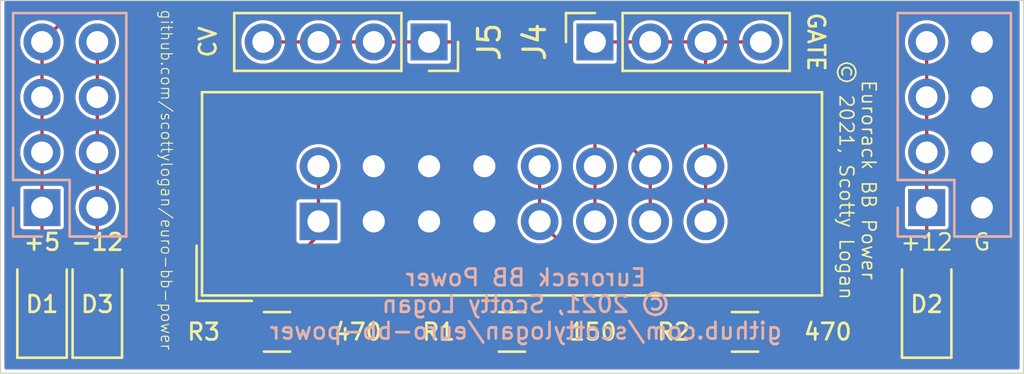
<source format=kicad_pcb>
(kicad_pcb (version 20171130) (host pcbnew "(5.1.9-0-10_14)")

  (general
    (thickness 1.6)
    (drawings 13)
    (tracks 41)
    (zones 0)
    (modules 11)
    (nets 10)
  )

  (page USLetter)
  (title_block
    (title "Eurorack BB Power")
    (date 2021-05-03)
    (rev 1.0)
    (comment 1 eurorack-bb-power)
    (comment 2 "Eurorack Power for Breadboards")
  )

  (layers
    (0 F.Cu signal)
    (31 B.Cu signal)
    (32 B.Adhes user)
    (33 F.Adhes user)
    (34 B.Paste user)
    (35 F.Paste user)
    (36 B.SilkS user)
    (37 F.SilkS user)
    (38 B.Mask user)
    (39 F.Mask user)
    (40 Dwgs.User user)
    (41 Cmts.User user)
    (42 Eco1.User user)
    (43 Eco2.User user)
    (44 Edge.Cuts user)
    (45 Margin user)
    (46 B.CrtYd user)
    (47 F.CrtYd user)
    (48 B.Fab user hide)
    (49 F.Fab user hide)
  )

  (setup
    (last_trace_width 0.1524)
    (user_trace_width 0.1524)
    (trace_clearance 0.1524)
    (zone_clearance 0.508)
    (zone_45_only no)
    (trace_min 0.1524)
    (via_size 0.508)
    (via_drill 0.254)
    (via_min_size 0.508)
    (via_min_drill 0.254)
    (user_via 0.508 0.254)
    (uvia_size 0.3)
    (uvia_drill 0.1)
    (uvias_allowed no)
    (uvia_min_size 0.2)
    (uvia_min_drill 0.1)
    (edge_width 0.05)
    (segment_width 0.2)
    (pcb_text_width 0.3)
    (pcb_text_size 1.5 1.5)
    (mod_edge_width 0.12)
    (mod_text_size 1 1)
    (mod_text_width 0.15)
    (pad_size 1.524 1.524)
    (pad_drill 0.762)
    (pad_to_mask_clearance 0)
    (aux_axis_origin 0 0)
    (visible_elements FFFFFF7F)
    (pcbplotparams
      (layerselection 0x010fc_ffffffff)
      (usegerberextensions false)
      (usegerberattributes true)
      (usegerberadvancedattributes true)
      (creategerberjobfile true)
      (excludeedgelayer true)
      (linewidth 0.100000)
      (plotframeref false)
      (viasonmask false)
      (mode 1)
      (useauxorigin false)
      (hpglpennumber 1)
      (hpglpenspeed 20)
      (hpglpendiameter 15.000000)
      (psnegative false)
      (psa4output false)
      (plotreference true)
      (plotvalue true)
      (plotinvisibletext false)
      (padsonsilk false)
      (subtractmaskfromsilk false)
      (outputformat 1)
      (mirror false)
      (drillshape 1)
      (scaleselection 1)
      (outputdirectory ""))
  )

  (net 0 "")
  (net 1 GND)
  (net 2 +5V)
  (net 3 +12V)
  (net 4 -12V)
  (net 5 /CV)
  (net 6 /GATE)
  (net 7 "Net-(D1-Pad1)")
  (net 8 "Net-(D2-Pad1)")
  (net 9 "Net-(D3-Pad1)")

  (net_class Default "This is the default net class."
    (clearance 0.1524)
    (trace_width 0.1524)
    (via_dia 0.508)
    (via_drill 0.254)
    (uvia_dia 0.3)
    (uvia_drill 0.1)
    (add_net +12V)
    (add_net +5V)
    (add_net -12V)
    (add_net /CV)
    (add_net /GATE)
    (add_net GND)
    (add_net "Net-(D1-Pad1)")
    (add_net "Net-(D2-Pad1)")
    (add_net "Net-(D3-Pad1)")
  )

  (module Connector_PinSocket_2.54mm:PinSocket_1x04_P2.54mm_Vertical (layer F.Cu) (tedit 5A19A429) (tstamp 60912CAD)
    (at 72.39 47.625 270)
    (descr "Through hole straight socket strip, 1x04, 2.54mm pitch, single row (from Kicad 4.0.7), script generated")
    (tags "Through hole socket strip THT 1x04 2.54mm single row")
    (path /60A06840)
    (fp_text reference J5 (at 0 -2.77 90) (layer F.SilkS)
      (effects (font (size 1 1) (thickness 0.15)))
    )
    (fp_text value Conn_01x04 (at 0 10.39 90) (layer F.Fab)
      (effects (font (size 1 1) (thickness 0.15)))
    )
    (fp_text user %R (at 0 3.81) (layer F.Fab)
      (effects (font (size 1 1) (thickness 0.15)))
    )
    (fp_line (start -1.27 -1.27) (end 0.635 -1.27) (layer F.Fab) (width 0.1))
    (fp_line (start 0.635 -1.27) (end 1.27 -0.635) (layer F.Fab) (width 0.1))
    (fp_line (start 1.27 -0.635) (end 1.27 8.89) (layer F.Fab) (width 0.1))
    (fp_line (start 1.27 8.89) (end -1.27 8.89) (layer F.Fab) (width 0.1))
    (fp_line (start -1.27 8.89) (end -1.27 -1.27) (layer F.Fab) (width 0.1))
    (fp_line (start -1.33 1.27) (end 1.33 1.27) (layer F.SilkS) (width 0.12))
    (fp_line (start -1.33 1.27) (end -1.33 8.95) (layer F.SilkS) (width 0.12))
    (fp_line (start -1.33 8.95) (end 1.33 8.95) (layer F.SilkS) (width 0.12))
    (fp_line (start 1.33 1.27) (end 1.33 8.95) (layer F.SilkS) (width 0.12))
    (fp_line (start 1.33 -1.33) (end 1.33 0) (layer F.SilkS) (width 0.12))
    (fp_line (start 0 -1.33) (end 1.33 -1.33) (layer F.SilkS) (width 0.12))
    (fp_line (start -1.8 -1.8) (end 1.75 -1.8) (layer F.CrtYd) (width 0.05))
    (fp_line (start 1.75 -1.8) (end 1.75 9.4) (layer F.CrtYd) (width 0.05))
    (fp_line (start 1.75 9.4) (end -1.8 9.4) (layer F.CrtYd) (width 0.05))
    (fp_line (start -1.8 9.4) (end -1.8 -1.8) (layer F.CrtYd) (width 0.05))
    (pad 4 thru_hole oval (at 0 7.62 270) (size 1.7 1.7) (drill 1) (layers *.Cu *.Mask)
      (net 5 /CV))
    (pad 3 thru_hole oval (at 0 5.08 270) (size 1.7 1.7) (drill 1) (layers *.Cu *.Mask)
      (net 5 /CV))
    (pad 2 thru_hole oval (at 0 2.54 270) (size 1.7 1.7) (drill 1) (layers *.Cu *.Mask)
      (net 5 /CV))
    (pad 1 thru_hole rect (at 0 0 270) (size 1.7 1.7) (drill 1) (layers *.Cu *.Mask)
      (net 5 /CV))
    (model ${KISYS3DMOD}/Connector_PinSocket_2.54mm.3dshapes/PinSocket_1x04_P2.54mm_Vertical.wrl
      (at (xyz 0 0 0))
      (scale (xyz 1 1 1))
      (rotate (xyz 0 0 0))
    )
  )

  (module Connector_PinSocket_2.54mm:PinSocket_1x04_P2.54mm_Vertical (layer F.Cu) (tedit 5A19A429) (tstamp 6090C452)
    (at 80.01 47.625 90)
    (descr "Through hole straight socket strip, 1x04, 2.54mm pitch, single row (from Kicad 4.0.7), script generated")
    (tags "Through hole socket strip THT 1x04 2.54mm single row")
    (path /60A05EA9)
    (fp_text reference J4 (at 0 -2.77 90) (layer F.SilkS)
      (effects (font (size 1 1) (thickness 0.15)))
    )
    (fp_text value Conn_01x04 (at 0 10.39 90) (layer F.Fab)
      (effects (font (size 1 1) (thickness 0.15)))
    )
    (fp_text user %R (at 0 3.81) (layer F.Fab)
      (effects (font (size 1 1) (thickness 0.15)))
    )
    (fp_line (start -1.27 -1.27) (end 0.635 -1.27) (layer F.Fab) (width 0.1))
    (fp_line (start 0.635 -1.27) (end 1.27 -0.635) (layer F.Fab) (width 0.1))
    (fp_line (start 1.27 -0.635) (end 1.27 8.89) (layer F.Fab) (width 0.1))
    (fp_line (start 1.27 8.89) (end -1.27 8.89) (layer F.Fab) (width 0.1))
    (fp_line (start -1.27 8.89) (end -1.27 -1.27) (layer F.Fab) (width 0.1))
    (fp_line (start -1.33 1.27) (end 1.33 1.27) (layer F.SilkS) (width 0.12))
    (fp_line (start -1.33 1.27) (end -1.33 8.95) (layer F.SilkS) (width 0.12))
    (fp_line (start -1.33 8.95) (end 1.33 8.95) (layer F.SilkS) (width 0.12))
    (fp_line (start 1.33 1.27) (end 1.33 8.95) (layer F.SilkS) (width 0.12))
    (fp_line (start 1.33 -1.33) (end 1.33 0) (layer F.SilkS) (width 0.12))
    (fp_line (start 0 -1.33) (end 1.33 -1.33) (layer F.SilkS) (width 0.12))
    (fp_line (start -1.8 -1.8) (end 1.75 -1.8) (layer F.CrtYd) (width 0.05))
    (fp_line (start 1.75 -1.8) (end 1.75 9.4) (layer F.CrtYd) (width 0.05))
    (fp_line (start 1.75 9.4) (end -1.8 9.4) (layer F.CrtYd) (width 0.05))
    (fp_line (start -1.8 9.4) (end -1.8 -1.8) (layer F.CrtYd) (width 0.05))
    (pad 4 thru_hole oval (at 0 7.62 90) (size 1.7 1.7) (drill 1) (layers *.Cu *.Mask)
      (net 6 /GATE))
    (pad 3 thru_hole oval (at 0 5.08 90) (size 1.7 1.7) (drill 1) (layers *.Cu *.Mask)
      (net 6 /GATE))
    (pad 2 thru_hole oval (at 0 2.54 90) (size 1.7 1.7) (drill 1) (layers *.Cu *.Mask)
      (net 6 /GATE))
    (pad 1 thru_hole rect (at 0 0 90) (size 1.7 1.7) (drill 1) (layers *.Cu *.Mask)
      (net 6 /GATE))
    (model ${KISYS3DMOD}/Connector_PinSocket_2.54mm.3dshapes/PinSocket_1x04_P2.54mm_Vertical.wrl
      (at (xyz 0 0 0))
      (scale (xyz 1 1 1))
      (rotate (xyz 0 0 0))
    )
  )

  (module Resistor_SMD:R_1206_3216Metric_Pad1.42x1.75mm_HandSolder (layer F.Cu) (tedit 5B301BBD) (tstamp 6090A606)
    (at 65.405 60.96 180)
    (descr "Resistor SMD 1206 (3216 Metric), square (rectangular) end terminal, IPC_7351 nominal with elongated pad for handsoldering. (Body size source: http://www.tortai-tech.com/upload/download/2011102023233369053.pdf), generated with kicad-footprint-generator")
    (tags "resistor handsolder")
    (path /60995D17)
    (attr smd)
    (fp_text reference R3 (at 2.54 0 180) (layer F.SilkS)
      (effects (font (size 0.762 0.762) (thickness 0.127)) (justify right))
    )
    (fp_text value 470 (at -2.54 0) (layer F.SilkS)
      (effects (font (size 0.762 0.762) (thickness 0.127)) (justify left))
    )
    (fp_line (start 2.45 1.12) (end -2.45 1.12) (layer F.CrtYd) (width 0.05))
    (fp_line (start 2.45 -1.12) (end 2.45 1.12) (layer F.CrtYd) (width 0.05))
    (fp_line (start -2.45 -1.12) (end 2.45 -1.12) (layer F.CrtYd) (width 0.05))
    (fp_line (start -2.45 1.12) (end -2.45 -1.12) (layer F.CrtYd) (width 0.05))
    (fp_line (start -0.602064 0.91) (end 0.602064 0.91) (layer F.SilkS) (width 0.12))
    (fp_line (start -0.602064 -0.91) (end 0.602064 -0.91) (layer F.SilkS) (width 0.12))
    (fp_line (start 1.6 0.8) (end -1.6 0.8) (layer F.Fab) (width 0.1))
    (fp_line (start 1.6 -0.8) (end 1.6 0.8) (layer F.Fab) (width 0.1))
    (fp_line (start -1.6 -0.8) (end 1.6 -0.8) (layer F.Fab) (width 0.1))
    (fp_line (start -1.6 0.8) (end -1.6 -0.8) (layer F.Fab) (width 0.1))
    (fp_text user %R (at 0 0) (layer F.Fab)
      (effects (font (size 0.8 0.8) (thickness 0.12)))
    )
    (pad 2 smd roundrect (at 1.4875 0 180) (size 1.425 1.75) (layers F.Cu F.Paste F.Mask) (roundrect_rratio 0.175439)
      (net 9 "Net-(D3-Pad1)"))
    (pad 1 smd roundrect (at -1.4875 0 180) (size 1.425 1.75) (layers F.Cu F.Paste F.Mask) (roundrect_rratio 0.175439)
      (net 1 GND))
    (model ${KISYS3DMOD}/Resistor_SMD.3dshapes/R_1206_3216Metric.wrl
      (at (xyz 0 0 0))
      (scale (xyz 1 1 1))
      (rotate (xyz 0 0 0))
    )
  )

  (module Resistor_SMD:R_1206_3216Metric_Pad1.42x1.75mm_HandSolder (layer F.Cu) (tedit 5B301BBD) (tstamp 6090A630)
    (at 86.9045 60.96 180)
    (descr "Resistor SMD 1206 (3216 Metric), square (rectangular) end terminal, IPC_7351 nominal with elongated pad for handsoldering. (Body size source: http://www.tortai-tech.com/upload/download/2011102023233369053.pdf), generated with kicad-footprint-generator")
    (tags "resistor handsolder")
    (path /609950A2)
    (attr smd)
    (fp_text reference R2 (at 2.4495 0 180) (layer F.SilkS)
      (effects (font (size 0.762 0.762) (thickness 0.127)) (justify right))
    )
    (fp_text value 470 (at -2.6305 0) (layer F.SilkS)
      (effects (font (size 0.762 0.762) (thickness 0.127)) (justify left))
    )
    (fp_line (start 2.45 1.12) (end -2.45 1.12) (layer F.CrtYd) (width 0.05))
    (fp_line (start 2.45 -1.12) (end 2.45 1.12) (layer F.CrtYd) (width 0.05))
    (fp_line (start -2.45 -1.12) (end 2.45 -1.12) (layer F.CrtYd) (width 0.05))
    (fp_line (start -2.45 1.12) (end -2.45 -1.12) (layer F.CrtYd) (width 0.05))
    (fp_line (start -0.602064 0.91) (end 0.602064 0.91) (layer F.SilkS) (width 0.12))
    (fp_line (start -0.602064 -0.91) (end 0.602064 -0.91) (layer F.SilkS) (width 0.12))
    (fp_line (start 1.6 0.8) (end -1.6 0.8) (layer F.Fab) (width 0.1))
    (fp_line (start 1.6 -0.8) (end 1.6 0.8) (layer F.Fab) (width 0.1))
    (fp_line (start -1.6 -0.8) (end 1.6 -0.8) (layer F.Fab) (width 0.1))
    (fp_line (start -1.6 0.8) (end -1.6 -0.8) (layer F.Fab) (width 0.1))
    (fp_text user %R (at 0 0) (layer F.Fab)
      (effects (font (size 0.8 0.8) (thickness 0.12)))
    )
    (pad 2 smd roundrect (at 1.4875 0 180) (size 1.425 1.75) (layers F.Cu F.Paste F.Mask) (roundrect_rratio 0.175439)
      (net 1 GND))
    (pad 1 smd roundrect (at -1.4875 0 180) (size 1.425 1.75) (layers F.Cu F.Paste F.Mask) (roundrect_rratio 0.175439)
      (net 8 "Net-(D2-Pad1)"))
    (model ${KISYS3DMOD}/Resistor_SMD.3dshapes/R_1206_3216Metric.wrl
      (at (xyz 0 0 0))
      (scale (xyz 1 1 1))
      (rotate (xyz 0 0 0))
    )
  )

  (module Resistor_SMD:R_1206_3216Metric_Pad1.42x1.75mm_HandSolder (layer F.Cu) (tedit 5B301BBD) (tstamp 6090A65A)
    (at 76.2 60.96)
    (descr "Resistor SMD 1206 (3216 Metric), square (rectangular) end terminal, IPC_7351 nominal with elongated pad for handsoldering. (Body size source: http://www.tortai-tech.com/upload/download/2011102023233369053.pdf), generated with kicad-footprint-generator")
    (tags "resistor handsolder")
    (path /60995933)
    (attr smd)
    (fp_text reference R1 (at -2.54 0 180) (layer F.SilkS)
      (effects (font (size 0.762 0.762) (thickness 0.127)) (justify right))
    )
    (fp_text value 150 (at 2.54 0) (layer F.SilkS)
      (effects (font (size 0.762 0.762) (thickness 0.127)) (justify left))
    )
    (fp_line (start 2.45 1.12) (end -2.45 1.12) (layer F.CrtYd) (width 0.05))
    (fp_line (start 2.45 -1.12) (end 2.45 1.12) (layer F.CrtYd) (width 0.05))
    (fp_line (start -2.45 -1.12) (end 2.45 -1.12) (layer F.CrtYd) (width 0.05))
    (fp_line (start -2.45 1.12) (end -2.45 -1.12) (layer F.CrtYd) (width 0.05))
    (fp_line (start -0.602064 0.91) (end 0.602064 0.91) (layer F.SilkS) (width 0.12))
    (fp_line (start -0.602064 -0.91) (end 0.602064 -0.91) (layer F.SilkS) (width 0.12))
    (fp_line (start 1.6 0.8) (end -1.6 0.8) (layer F.Fab) (width 0.1))
    (fp_line (start 1.6 -0.8) (end 1.6 0.8) (layer F.Fab) (width 0.1))
    (fp_line (start -1.6 -0.8) (end 1.6 -0.8) (layer F.Fab) (width 0.1))
    (fp_line (start -1.6 0.8) (end -1.6 -0.8) (layer F.Fab) (width 0.1))
    (fp_text user %R (at 0 0) (layer F.Fab)
      (effects (font (size 0.8 0.8) (thickness 0.12)))
    )
    (pad 2 smd roundrect (at 1.4875 0) (size 1.425 1.75) (layers F.Cu F.Paste F.Mask) (roundrect_rratio 0.175439)
      (net 1 GND))
    (pad 1 smd roundrect (at -1.4875 0) (size 1.425 1.75) (layers F.Cu F.Paste F.Mask) (roundrect_rratio 0.175439)
      (net 7 "Net-(D1-Pad1)"))
    (model ${KISYS3DMOD}/Resistor_SMD.3dshapes/R_1206_3216Metric.wrl
      (at (xyz 0 0 0))
      (scale (xyz 1 1 1))
      (rotate (xyz 0 0 0))
    )
  )

  (module LED_SMD:LED_1206_3216Metric_Pad1.42x1.75mm_HandSolder (layer F.Cu) (tedit 5B4B45C9) (tstamp 6090A99B)
    (at 57.15 59.69 90)
    (descr "LED SMD 1206 (3216 Metric), square (rectangular) end terminal, IPC_7351 nominal, (Body size source: http://www.tortai-tech.com/upload/download/2011102023233369053.pdf), generated with kicad-footprint-generator")
    (tags "LED handsolder")
    (path /609943C3)
    (attr smd)
    (fp_text reference D3 (at 0 0 180) (layer F.SilkS)
      (effects (font (size 0.762 0.762) (thickness 0.127)))
    )
    (fp_text value LED (at 0 1.82 90) (layer F.Fab)
      (effects (font (size 1 1) (thickness 0.15)))
    )
    (fp_line (start 2.45 1.12) (end -2.45 1.12) (layer F.CrtYd) (width 0.05))
    (fp_line (start 2.45 -1.12) (end 2.45 1.12) (layer F.CrtYd) (width 0.05))
    (fp_line (start -2.45 -1.12) (end 2.45 -1.12) (layer F.CrtYd) (width 0.05))
    (fp_line (start -2.45 1.12) (end -2.45 -1.12) (layer F.CrtYd) (width 0.05))
    (fp_line (start -2.46 1.135) (end 1.6 1.135) (layer F.SilkS) (width 0.12))
    (fp_line (start -2.46 -1.135) (end -2.46 1.135) (layer F.SilkS) (width 0.12))
    (fp_line (start 1.6 -1.135) (end -2.46 -1.135) (layer F.SilkS) (width 0.12))
    (fp_line (start 1.6 0.8) (end 1.6 -0.8) (layer F.Fab) (width 0.1))
    (fp_line (start -1.6 0.8) (end 1.6 0.8) (layer F.Fab) (width 0.1))
    (fp_line (start -1.6 -0.4) (end -1.6 0.8) (layer F.Fab) (width 0.1))
    (fp_line (start -1.2 -0.8) (end -1.6 -0.4) (layer F.Fab) (width 0.1))
    (fp_line (start 1.6 -0.8) (end -1.2 -0.8) (layer F.Fab) (width 0.1))
    (fp_text user %R (at 0 0 90) (layer F.Fab)
      (effects (font (size 0.8 0.8) (thickness 0.12)))
    )
    (pad 2 smd roundrect (at 1.4875 0 90) (size 1.425 1.75) (layers F.Cu F.Paste F.Mask) (roundrect_rratio 0.175439)
      (net 4 -12V))
    (pad 1 smd roundrect (at -1.4875 0 90) (size 1.425 1.75) (layers F.Cu F.Paste F.Mask) (roundrect_rratio 0.175439)
      (net 9 "Net-(D3-Pad1)"))
    (model ${KISYS3DMOD}/LED_SMD.3dshapes/LED_1206_3216Metric.wrl
      (at (xyz 0 0 0))
      (scale (xyz 1 1 1))
      (rotate (xyz 0 0 0))
    )
  )

  (module LED_SMD:LED_1206_3216Metric_Pad1.42x1.75mm_HandSolder (layer F.Cu) (tedit 5B4B45C9) (tstamp 6090A6BE)
    (at 95.25 59.69 90)
    (descr "LED SMD 1206 (3216 Metric), square (rectangular) end terminal, IPC_7351 nominal, (Body size source: http://www.tortai-tech.com/upload/download/2011102023233369053.pdf), generated with kicad-footprint-generator")
    (tags "LED handsolder")
    (path /609937F6)
    (attr smd)
    (fp_text reference D2 (at 0 0 180) (layer F.SilkS)
      (effects (font (size 0.762 0.762) (thickness 0.127)))
    )
    (fp_text value LED (at 0 1.82 90) (layer F.Fab)
      (effects (font (size 1 1) (thickness 0.15)))
    )
    (fp_line (start 2.45 1.12) (end -2.45 1.12) (layer F.CrtYd) (width 0.05))
    (fp_line (start 2.45 -1.12) (end 2.45 1.12) (layer F.CrtYd) (width 0.05))
    (fp_line (start -2.45 -1.12) (end 2.45 -1.12) (layer F.CrtYd) (width 0.05))
    (fp_line (start -2.45 1.12) (end -2.45 -1.12) (layer F.CrtYd) (width 0.05))
    (fp_line (start -2.46 1.135) (end 1.6 1.135) (layer F.SilkS) (width 0.12))
    (fp_line (start -2.46 -1.135) (end -2.46 1.135) (layer F.SilkS) (width 0.12))
    (fp_line (start 1.6 -1.135) (end -2.46 -1.135) (layer F.SilkS) (width 0.12))
    (fp_line (start 1.6 0.8) (end 1.6 -0.8) (layer F.Fab) (width 0.1))
    (fp_line (start -1.6 0.8) (end 1.6 0.8) (layer F.Fab) (width 0.1))
    (fp_line (start -1.6 -0.4) (end -1.6 0.8) (layer F.Fab) (width 0.1))
    (fp_line (start -1.2 -0.8) (end -1.6 -0.4) (layer F.Fab) (width 0.1))
    (fp_line (start 1.6 -0.8) (end -1.2 -0.8) (layer F.Fab) (width 0.1))
    (fp_text user %R (at 0 0 90) (layer F.Fab)
      (effects (font (size 0.8 0.8) (thickness 0.12)))
    )
    (pad 2 smd roundrect (at 1.4875 0 90) (size 1.425 1.75) (layers F.Cu F.Paste F.Mask) (roundrect_rratio 0.175439)
      (net 3 +12V))
    (pad 1 smd roundrect (at -1.4875 0 90) (size 1.425 1.75) (layers F.Cu F.Paste F.Mask) (roundrect_rratio 0.175439)
      (net 8 "Net-(D2-Pad1)"))
    (model ${KISYS3DMOD}/LED_SMD.3dshapes/LED_1206_3216Metric.wrl
      (at (xyz 0 0 0))
      (scale (xyz 1 1 1))
      (rotate (xyz 0 0 0))
    )
  )

  (module LED_SMD:LED_1206_3216Metric_Pad1.42x1.75mm_HandSolder (layer F.Cu) (tedit 5B4B45C9) (tstamp 60913368)
    (at 54.61 59.69 90)
    (descr "LED SMD 1206 (3216 Metric), square (rectangular) end terminal, IPC_7351 nominal, (Body size source: http://www.tortai-tech.com/upload/download/2011102023233369053.pdf), generated with kicad-footprint-generator")
    (tags "LED handsolder")
    (path /60993DC6)
    (attr smd)
    (fp_text reference D1 (at 0 0 180) (layer F.SilkS)
      (effects (font (size 0.762 0.762) (thickness 0.127)))
    )
    (fp_text value LED (at 0 1.82 90) (layer F.Fab)
      (effects (font (size 1 1) (thickness 0.15)))
    )
    (fp_line (start 2.45 1.12) (end -2.45 1.12) (layer F.CrtYd) (width 0.05))
    (fp_line (start 2.45 -1.12) (end 2.45 1.12) (layer F.CrtYd) (width 0.05))
    (fp_line (start -2.45 -1.12) (end 2.45 -1.12) (layer F.CrtYd) (width 0.05))
    (fp_line (start -2.45 1.12) (end -2.45 -1.12) (layer F.CrtYd) (width 0.05))
    (fp_line (start -2.46 1.135) (end 1.6 1.135) (layer F.SilkS) (width 0.12))
    (fp_line (start -2.46 -1.135) (end -2.46 1.135) (layer F.SilkS) (width 0.12))
    (fp_line (start 1.6 -1.135) (end -2.46 -1.135) (layer F.SilkS) (width 0.12))
    (fp_line (start 1.6 0.8) (end 1.6 -0.8) (layer F.Fab) (width 0.1))
    (fp_line (start -1.6 0.8) (end 1.6 0.8) (layer F.Fab) (width 0.1))
    (fp_line (start -1.6 -0.4) (end -1.6 0.8) (layer F.Fab) (width 0.1))
    (fp_line (start -1.2 -0.8) (end -1.6 -0.4) (layer F.Fab) (width 0.1))
    (fp_line (start 1.6 -0.8) (end -1.2 -0.8) (layer F.Fab) (width 0.1))
    (fp_text user %R (at 0 0 90) (layer F.Fab)
      (effects (font (size 0.8 0.8) (thickness 0.12)))
    )
    (pad 2 smd roundrect (at 1.4875 0 90) (size 1.425 1.75) (layers F.Cu F.Paste F.Mask) (roundrect_rratio 0.175439)
      (net 2 +5V))
    (pad 1 smd roundrect (at -1.4875 0 90) (size 1.425 1.75) (layers F.Cu F.Paste F.Mask) (roundrect_rratio 0.175439)
      (net 7 "Net-(D1-Pad1)"))
    (model ${KISYS3DMOD}/LED_SMD.3dshapes/LED_1206_3216Metric.wrl
      (at (xyz 0 0 0))
      (scale (xyz 1 1 1))
      (rotate (xyz 0 0 0))
    )
  )

  (module Connector_IDC:IDC-Header_2x08_P2.54mm_Vertical (layer F.Cu) (tedit 59DE0341) (tstamp 6090B40B)
    (at 67.31 55.88 90)
    (descr "Through hole straight IDC box header, 2x08, 2.54mm pitch, double rows")
    (tags "Through hole IDC box header THT 2x08 2.54mm double row")
    (path /609F7A61)
    (fp_text reference J3 (at 1.27 -6.604 90) (layer F.SilkS) hide
      (effects (font (size 1 1) (thickness 0.15)))
    )
    (fp_text value Conn_02x08_Odd_Even (at 1.27 24.384 90) (layer F.Fab) hide
      (effects (font (size 1 1) (thickness 0.15)))
    )
    (fp_line (start -3.655 -5.6) (end -1.115 -5.6) (layer F.SilkS) (width 0.12))
    (fp_line (start -3.655 -5.6) (end -3.655 -3.06) (layer F.SilkS) (width 0.12))
    (fp_line (start -3.405 -5.35) (end 5.945 -5.35) (layer F.SilkS) (width 0.12))
    (fp_line (start -3.405 23.13) (end -3.405 -5.35) (layer F.SilkS) (width 0.12))
    (fp_line (start 5.945 23.13) (end -3.405 23.13) (layer F.SilkS) (width 0.12))
    (fp_line (start 5.945 -5.35) (end 5.945 23.13) (layer F.SilkS) (width 0.12))
    (fp_line (start -3.41 -5.35) (end 5.95 -5.35) (layer F.CrtYd) (width 0.05))
    (fp_line (start -3.41 23.13) (end -3.41 -5.35) (layer F.CrtYd) (width 0.05))
    (fp_line (start 5.95 23.13) (end -3.41 23.13) (layer F.CrtYd) (width 0.05))
    (fp_line (start 5.95 -5.35) (end 5.95 23.13) (layer F.CrtYd) (width 0.05))
    (fp_line (start -3.155 22.88) (end -2.605 22.32) (layer F.Fab) (width 0.1))
    (fp_line (start -3.155 -5.1) (end -2.605 -4.56) (layer F.Fab) (width 0.1))
    (fp_line (start 5.695 22.88) (end 5.145 22.32) (layer F.Fab) (width 0.1))
    (fp_line (start 5.695 -5.1) (end 5.145 -4.56) (layer F.Fab) (width 0.1))
    (fp_line (start 5.145 22.32) (end -2.605 22.32) (layer F.Fab) (width 0.1))
    (fp_line (start 5.695 22.88) (end -3.155 22.88) (layer F.Fab) (width 0.1))
    (fp_line (start 5.145 -4.56) (end -2.605 -4.56) (layer F.Fab) (width 0.1))
    (fp_line (start 5.695 -5.1) (end -3.155 -5.1) (layer F.Fab) (width 0.1))
    (fp_line (start -2.605 11.14) (end -3.155 11.14) (layer F.Fab) (width 0.1))
    (fp_line (start -2.605 6.64) (end -3.155 6.64) (layer F.Fab) (width 0.1))
    (fp_line (start -2.605 11.14) (end -2.605 22.32) (layer F.Fab) (width 0.1))
    (fp_line (start -2.605 -4.56) (end -2.605 6.64) (layer F.Fab) (width 0.1))
    (fp_line (start -3.155 -5.1) (end -3.155 22.88) (layer F.Fab) (width 0.1))
    (fp_line (start 5.145 -4.56) (end 5.145 22.32) (layer F.Fab) (width 0.1))
    (fp_line (start 5.695 -5.1) (end 5.695 22.88) (layer F.Fab) (width 0.1))
    (fp_text user %R (at 1.27 8.89 90) (layer F.Fab)
      (effects (font (size 1 1) (thickness 0.15)))
    )
    (pad 16 thru_hole oval (at 2.54 17.78 90) (size 1.7272 1.7272) (drill 1.016) (layers *.Cu *.Mask)
      (net 6 /GATE))
    (pad 15 thru_hole oval (at 0 17.78 90) (size 1.7272 1.7272) (drill 1.016) (layers *.Cu *.Mask)
      (net 6 /GATE))
    (pad 14 thru_hole oval (at 2.54 15.24 90) (size 1.7272 1.7272) (drill 1.016) (layers *.Cu *.Mask)
      (net 5 /CV))
    (pad 13 thru_hole oval (at 0 15.24 90) (size 1.7272 1.7272) (drill 1.016) (layers *.Cu *.Mask)
      (net 5 /CV))
    (pad 12 thru_hole oval (at 2.54 12.7 90) (size 1.7272 1.7272) (drill 1.016) (layers *.Cu *.Mask)
      (net 2 +5V))
    (pad 11 thru_hole oval (at 0 12.7 90) (size 1.7272 1.7272) (drill 1.016) (layers *.Cu *.Mask)
      (net 2 +5V))
    (pad 10 thru_hole oval (at 2.54 10.16 90) (size 1.7272 1.7272) (drill 1.016) (layers *.Cu *.Mask)
      (net 3 +12V))
    (pad 9 thru_hole oval (at 0 10.16 90) (size 1.7272 1.7272) (drill 1.016) (layers *.Cu *.Mask)
      (net 3 +12V))
    (pad 8 thru_hole oval (at 2.54 7.62 90) (size 1.7272 1.7272) (drill 1.016) (layers *.Cu *.Mask)
      (net 1 GND))
    (pad 7 thru_hole oval (at 0 7.62 90) (size 1.7272 1.7272) (drill 1.016) (layers *.Cu *.Mask)
      (net 1 GND))
    (pad 6 thru_hole oval (at 2.54 5.08 90) (size 1.7272 1.7272) (drill 1.016) (layers *.Cu *.Mask)
      (net 1 GND))
    (pad 5 thru_hole oval (at 0 5.08 90) (size 1.7272 1.7272) (drill 1.016) (layers *.Cu *.Mask)
      (net 1 GND))
    (pad 4 thru_hole oval (at 2.54 2.54 90) (size 1.7272 1.7272) (drill 1.016) (layers *.Cu *.Mask)
      (net 1 GND))
    (pad 3 thru_hole oval (at 0 2.54 90) (size 1.7272 1.7272) (drill 1.016) (layers *.Cu *.Mask)
      (net 1 GND))
    (pad 2 thru_hole oval (at 2.54 0 90) (size 1.7272 1.7272) (drill 1.016) (layers *.Cu *.Mask)
      (net 4 -12V))
    (pad 1 thru_hole rect (at 0 0 90) (size 1.7272 1.7272) (drill 1.016) (layers *.Cu *.Mask)
      (net 4 -12V))
    (model ${KISYS3DMOD}/Connector_IDC.3dshapes/IDC-Header_2x08_P2.54mm_Vertical.wrl
      (at (xyz 0 0 0))
      (scale (xyz 1 1 1))
      (rotate (xyz 0 0 0))
    )
  )

  (module Connector_PinHeader_2.54mm:PinHeader_2x04_P2.54mm_Vertical (layer B.Cu) (tedit 59FED5CC) (tstamp 6090B3BB)
    (at 95.25 55.245)
    (descr "Through hole straight pin header, 2x04, 2.54mm pitch, double rows")
    (tags "Through hole pin header THT 2x04 2.54mm double row")
    (path /609F4DBE)
    (fp_text reference J2 (at 1.27 2.33) (layer B.SilkS) hide
      (effects (font (size 1 1) (thickness 0.15)) (justify mirror))
    )
    (fp_text value Conn_02x04_Odd_Even (at 1.27 -9.95) (layer B.Fab) hide
      (effects (font (size 1 1) (thickness 0.15)) (justify mirror))
    )
    (fp_line (start 0 1.27) (end 3.81 1.27) (layer B.Fab) (width 0.1))
    (fp_line (start 3.81 1.27) (end 3.81 -8.89) (layer B.Fab) (width 0.1))
    (fp_line (start 3.81 -8.89) (end -1.27 -8.89) (layer B.Fab) (width 0.1))
    (fp_line (start -1.27 -8.89) (end -1.27 0) (layer B.Fab) (width 0.1))
    (fp_line (start -1.27 0) (end 0 1.27) (layer B.Fab) (width 0.1))
    (fp_line (start -1.33 -8.95) (end 3.87 -8.95) (layer B.SilkS) (width 0.12))
    (fp_line (start -1.33 -1.27) (end -1.33 -8.95) (layer B.SilkS) (width 0.12))
    (fp_line (start 3.87 1.33) (end 3.87 -8.95) (layer B.SilkS) (width 0.12))
    (fp_line (start -1.33 -1.27) (end 1.27 -1.27) (layer B.SilkS) (width 0.12))
    (fp_line (start 1.27 -1.27) (end 1.27 1.33) (layer B.SilkS) (width 0.12))
    (fp_line (start 1.27 1.33) (end 3.87 1.33) (layer B.SilkS) (width 0.12))
    (fp_line (start -1.33 0) (end -1.33 1.33) (layer B.SilkS) (width 0.12))
    (fp_line (start -1.33 1.33) (end 0 1.33) (layer B.SilkS) (width 0.12))
    (fp_line (start -1.8 1.8) (end -1.8 -9.4) (layer B.CrtYd) (width 0.05))
    (fp_line (start -1.8 -9.4) (end 4.35 -9.4) (layer B.CrtYd) (width 0.05))
    (fp_line (start 4.35 -9.4) (end 4.35 1.8) (layer B.CrtYd) (width 0.05))
    (fp_line (start 4.35 1.8) (end -1.8 1.8) (layer B.CrtYd) (width 0.05))
    (fp_text user %R (at 1.27 -3.81 -90) (layer B.Fab)
      (effects (font (size 1 1) (thickness 0.15)) (justify mirror))
    )
    (pad 8 thru_hole oval (at 2.54 -7.62) (size 1.7 1.7) (drill 1) (layers *.Cu *.Mask)
      (net 1 GND))
    (pad 7 thru_hole oval (at 0 -7.62) (size 1.7 1.7) (drill 1) (layers *.Cu *.Mask)
      (net 3 +12V))
    (pad 6 thru_hole oval (at 2.54 -5.08) (size 1.7 1.7) (drill 1) (layers *.Cu *.Mask)
      (net 1 GND))
    (pad 5 thru_hole oval (at 0 -5.08) (size 1.7 1.7) (drill 1) (layers *.Cu *.Mask)
      (net 3 +12V))
    (pad 4 thru_hole oval (at 2.54 -2.54) (size 1.7 1.7) (drill 1) (layers *.Cu *.Mask)
      (net 1 GND))
    (pad 3 thru_hole oval (at 0 -2.54) (size 1.7 1.7) (drill 1) (layers *.Cu *.Mask)
      (net 3 +12V))
    (pad 2 thru_hole oval (at 2.54 0) (size 1.7 1.7) (drill 1) (layers *.Cu *.Mask)
      (net 1 GND))
    (pad 1 thru_hole rect (at 0 0) (size 1.7 1.7) (drill 1) (layers *.Cu *.Mask)
      (net 3 +12V))
    (model ${KISYS3DMOD}/Connector_PinHeader_2.54mm.3dshapes/PinHeader_2x04_P2.54mm_Vertical.wrl
      (at (xyz 0 0 0))
      (scale (xyz 1 1 1))
      (rotate (xyz 0 0 0))
    )
  )

  (module Connector_PinHeader_2.54mm:PinHeader_2x04_P2.54mm_Vertical (layer B.Cu) (tedit 59FED5CC) (tstamp 6090B39D)
    (at 54.61 55.245)
    (descr "Through hole straight pin header, 2x04, 2.54mm pitch, double rows")
    (tags "Through hole pin header THT 2x04 2.54mm double row")
    (path /609F446B)
    (fp_text reference J1 (at 1.27 2.33) (layer B.SilkS) hide
      (effects (font (size 1 1) (thickness 0.15)) (justify mirror))
    )
    (fp_text value Conn_02x04_Odd_Even (at 1.27 -9.95) (layer B.Fab) hide
      (effects (font (size 1 1) (thickness 0.15)) (justify mirror))
    )
    (fp_line (start 0 1.27) (end 3.81 1.27) (layer B.Fab) (width 0.1))
    (fp_line (start 3.81 1.27) (end 3.81 -8.89) (layer B.Fab) (width 0.1))
    (fp_line (start 3.81 -8.89) (end -1.27 -8.89) (layer B.Fab) (width 0.1))
    (fp_line (start -1.27 -8.89) (end -1.27 0) (layer B.Fab) (width 0.1))
    (fp_line (start -1.27 0) (end 0 1.27) (layer B.Fab) (width 0.1))
    (fp_line (start -1.33 -8.95) (end 3.87 -8.95) (layer B.SilkS) (width 0.12))
    (fp_line (start -1.33 -1.27) (end -1.33 -8.95) (layer B.SilkS) (width 0.12))
    (fp_line (start 3.87 1.33) (end 3.87 -8.95) (layer B.SilkS) (width 0.12))
    (fp_line (start -1.33 -1.27) (end 1.27 -1.27) (layer B.SilkS) (width 0.12))
    (fp_line (start 1.27 -1.27) (end 1.27 1.33) (layer B.SilkS) (width 0.12))
    (fp_line (start 1.27 1.33) (end 3.87 1.33) (layer B.SilkS) (width 0.12))
    (fp_line (start -1.33 0) (end -1.33 1.33) (layer B.SilkS) (width 0.12))
    (fp_line (start -1.33 1.33) (end 0 1.33) (layer B.SilkS) (width 0.12))
    (fp_line (start -1.8 1.8) (end -1.8 -9.4) (layer B.CrtYd) (width 0.05))
    (fp_line (start -1.8 -9.4) (end 4.35 -9.4) (layer B.CrtYd) (width 0.05))
    (fp_line (start 4.35 -9.4) (end 4.35 1.8) (layer B.CrtYd) (width 0.05))
    (fp_line (start 4.35 1.8) (end -1.8 1.8) (layer B.CrtYd) (width 0.05))
    (fp_text user %R (at 1.27 -3.81 -90) (layer B.Fab)
      (effects (font (size 1 1) (thickness 0.15)) (justify mirror))
    )
    (pad 8 thru_hole oval (at 2.54 -7.62) (size 1.7 1.7) (drill 1) (layers *.Cu *.Mask)
      (net 4 -12V))
    (pad 7 thru_hole oval (at 0 -7.62) (size 1.7 1.7) (drill 1) (layers *.Cu *.Mask)
      (net 2 +5V))
    (pad 6 thru_hole oval (at 2.54 -5.08) (size 1.7 1.7) (drill 1) (layers *.Cu *.Mask)
      (net 4 -12V))
    (pad 5 thru_hole oval (at 0 -5.08) (size 1.7 1.7) (drill 1) (layers *.Cu *.Mask)
      (net 2 +5V))
    (pad 4 thru_hole oval (at 2.54 -2.54) (size 1.7 1.7) (drill 1) (layers *.Cu *.Mask)
      (net 4 -12V))
    (pad 3 thru_hole oval (at 0 -2.54) (size 1.7 1.7) (drill 1) (layers *.Cu *.Mask)
      (net 2 +5V))
    (pad 2 thru_hole oval (at 2.54 0) (size 1.7 1.7) (drill 1) (layers *.Cu *.Mask)
      (net 4 -12V))
    (pad 1 thru_hole rect (at 0 0) (size 1.7 1.7) (drill 1) (layers *.Cu *.Mask)
      (net 2 +5V))
    (model ${KISYS3DMOD}/Connector_PinHeader_2.54mm.3dshapes/PinHeader_2x04_P2.54mm_Vertical.wrl
      (at (xyz 0 0 0))
      (scale (xyz 1 1 1))
      (rotate (xyz 0 0 0))
    )
  )

  (gr_text github.com/scottylogan/euro-bb-power (at 60.325 53.975 -90) (layer F.SilkS) (tstamp 60914C84)
    (effects (font (size 0.508 0.508) (thickness 0.0508)))
  )
  (gr_text "Eurorack BB Power\n© 2021, Scotty Logan" (at 92.075 53.975 -90) (layer F.SilkS) (tstamp 60914C72)
    (effects (font (size 0.635 0.635) (thickness 0.0762)))
  )
  (gr_text "Eurorack BB Power\n© 2021, Scotty Logan\ngithub.com/scottylogan/euro-bb-power" (at 76.835 59.69) (layer B.SilkS)
    (effects (font (size 0.762 0.762) (thickness 0.127)) (justify mirror))
  )
  (gr_text CV (at 62.23 47.625 90) (layer F.SilkS)
    (effects (font (size 0.762 0.762) (thickness 0.127)))
  )
  (gr_text GATE (at 90.17 47.625 270) (layer F.SilkS)
    (effects (font (size 0.762 0.762) (thickness 0.127)))
  )
  (gr_text G (at 97.79 56.8325) (layer F.SilkS)
    (effects (font (size 0.762 0.762) (thickness 0.1016)))
  )
  (gr_text +12 (at 95.25 56.8325) (layer F.SilkS)
    (effects (font (size 0.762 0.762) (thickness 0.1016)))
  )
  (gr_text -12 (at 57.15 56.8325) (layer F.SilkS)
    (effects (font (size 0.762 0.762) (thickness 0.127)))
  )
  (gr_text +5 (at 54.61 56.8325) (layer F.SilkS)
    (effects (font (size 0.762 0.762) (thickness 0.127)))
  )
  (gr_line (start 52.705 62.865) (end 52.705 45.72) (layer Edge.Cuts) (width 0.0508) (tstamp 60912474))
  (gr_line (start 99.695 62.865) (end 52.705 62.865) (layer Edge.Cuts) (width 0.0508))
  (gr_line (start 99.695 45.72) (end 99.695 62.865) (layer Edge.Cuts) (width 0.0508))
  (gr_line (start 52.705 45.72) (end 99.695 45.72) (layer Edge.Cuts) (width 0.0508))

  (segment (start 80.01 53.34) (end 80.01 55.88) (width 0.1524) (layer F.Cu) (net 2))
  (segment (start 54.61 47.625) (end 54.61 50.165) (width 0.1524) (layer F.Cu) (net 2))
  (segment (start 54.61 50.165) (end 54.61 52.705) (width 0.1524) (layer F.Cu) (net 2))
  (segment (start 54.61 52.705) (end 54.61 55.245) (width 0.1524) (layer F.Cu) (net 2))
  (segment (start 54.61 55.245) (end 54.61 57.785) (width 0.1524) (layer F.Cu) (net 2))
  (segment (start 54.61 57.785) (end 54.61 58.2025) (width 0.1524) (layer F.Cu) (net 2))
  (segment (start 55.88 46.355) (end 54.61 47.625) (width 0.1524) (layer F.Cu) (net 2))
  (segment (start 65.405 51.435) (end 60.325 46.355) (width 0.1524) (layer F.Cu) (net 2))
  (segment (start 80.01 52.07) (end 79.375 51.435) (width 0.1524) (layer F.Cu) (net 2))
  (segment (start 60.325 46.355) (end 55.88 46.355) (width 0.1524) (layer F.Cu) (net 2))
  (segment (start 79.375 51.435) (end 65.405 51.435) (width 0.1524) (layer F.Cu) (net 2))
  (segment (start 80.01 53.34) (end 80.01 52.07) (width 0.1524) (layer F.Cu) (net 2))
  (segment (start 77.47 53.34) (end 77.47 55.88) (width 0.1524) (layer F.Cu) (net 3))
  (segment (start 79.7925 58.2025) (end 95.25 58.2025) (width 0.1524) (layer F.Cu) (net 3))
  (segment (start 77.47 55.88) (end 79.7925 58.2025) (width 0.1524) (layer F.Cu) (net 3))
  (segment (start 95.25 47.625) (end 95.25 50.165) (width 0.1524) (layer F.Cu) (net 3))
  (segment (start 95.25 50.165) (end 95.25 52.705) (width 0.1524) (layer F.Cu) (net 3))
  (segment (start 95.25 52.705) (end 95.25 55.245) (width 0.1524) (layer F.Cu) (net 3))
  (segment (start 95.25 55.245) (end 95.25 58.2025) (width 0.1524) (layer F.Cu) (net 3))
  (segment (start 67.31 53.34) (end 67.31 55.88) (width 0.1524) (layer F.Cu) (net 4))
  (segment (start 67.31 55.88) (end 67.31 56.515) (width 0.1524) (layer F.Cu) (net 4))
  (segment (start 65.6225 58.2025) (end 57.15 58.2025) (width 0.1524) (layer F.Cu) (net 4))
  (segment (start 67.31 56.515) (end 65.6225 58.2025) (width 0.1524) (layer F.Cu) (net 4))
  (segment (start 57.15 58.2025) (end 57.15 55.245) (width 0.1524) (layer F.Cu) (net 4))
  (segment (start 57.15 55.245) (end 57.15 52.705) (width 0.1524) (layer F.Cu) (net 4))
  (segment (start 57.15 52.705) (end 57.15 50.165) (width 0.1524) (layer F.Cu) (net 4))
  (segment (start 57.15 50.165) (end 57.15 47.625) (width 0.1524) (layer F.Cu) (net 4))
  (segment (start 82.55 53.34) (end 82.55 55.88) (width 0.1524) (layer F.Cu) (net 5))
  (segment (start 64.77 47.625) (end 76.835 47.625) (width 0.1524) (layer F.Cu) (net 5))
  (segment (start 76.835 47.625) (end 82.55 53.34) (width 0.1524) (layer F.Cu) (net 5))
  (segment (start 85.09 53.34) (end 85.09 55.88) (width 0.1524) (layer F.Cu) (net 6))
  (segment (start 80.01 47.625) (end 87.63 47.625) (width 0.1524) (layer F.Cu) (net 6))
  (segment (start 85.09 47.625) (end 85.09 53.34) (width 0.1524) (layer F.Cu) (net 6))
  (segment (start 56.0975 59.69) (end 54.61 61.1775) (width 0.1524) (layer F.Cu) (net 7))
  (segment (start 71.882 59.69) (end 56.0975 59.69) (width 0.1524) (layer F.Cu) (net 7))
  (segment (start 73.152 60.96) (end 71.882 59.69) (width 0.1524) (layer F.Cu) (net 7))
  (segment (start 74.7125 60.96) (end 73.152 60.96) (width 0.1524) (layer F.Cu) (net 7))
  (segment (start 95.0325 60.96) (end 95.25 61.1775) (width 0.1524) (layer F.Cu) (net 8))
  (segment (start 88.392 60.96) (end 95.0325 60.96) (width 0.1524) (layer F.Cu) (net 8))
  (segment (start 57.3675 60.96) (end 57.15 61.1775) (width 0.1524) (layer F.Cu) (net 9))
  (segment (start 63.9175 60.96) (end 57.3675 60.96) (width 0.1524) (layer F.Cu) (net 9))

  (zone (net 1) (net_name GND) (layer F.Cu) (tstamp 0) (hatch edge 0.508)
    (connect_pads yes (clearance 0.1524))
    (min_thickness 0.1524)
    (fill yes (arc_segments 32) (thermal_gap 0.2032) (thermal_bridge_width 0.2032))
    (polygon
      (pts
        (xy 99.695 62.865) (xy 52.705 62.865) (xy 52.705 45.72) (xy 99.695 45.72)
      )
    )
    (filled_polygon
      (pts
        (xy 99.441001 62.611) (xy 52.959 62.611) (xy 52.959 60.715) (xy 53.505294 60.715) (xy 53.505294 61.64)
        (xy 53.514511 61.733586) (xy 53.541809 61.823576) (xy 53.586139 61.90651) (xy 53.645797 61.979203) (xy 53.71849 62.038861)
        (xy 53.801424 62.083191) (xy 53.891414 62.110489) (xy 53.985 62.119706) (xy 55.235 62.119706) (xy 55.328586 62.110489)
        (xy 55.418576 62.083191) (xy 55.50151 62.038861) (xy 55.574203 61.979203) (xy 55.633861 61.90651) (xy 55.678191 61.823576)
        (xy 55.705489 61.733586) (xy 55.714706 61.64) (xy 55.714706 60.715) (xy 55.705489 60.621414) (xy 55.680271 60.538281)
        (xy 56.223752 59.9948) (xy 63.117012 59.9948) (xy 63.115797 59.995797) (xy 63.056139 60.06849) (xy 63.011809 60.151424)
        (xy 62.984511 60.241414) (xy 62.975294 60.335) (xy 62.975294 60.6552) (xy 58.248816 60.6552) (xy 58.245489 60.621414)
        (xy 58.218191 60.531424) (xy 58.173861 60.44849) (xy 58.114203 60.375797) (xy 58.04151 60.316139) (xy 57.958576 60.271809)
        (xy 57.868586 60.244511) (xy 57.775 60.235294) (xy 56.525 60.235294) (xy 56.431414 60.244511) (xy 56.341424 60.271809)
        (xy 56.25849 60.316139) (xy 56.185797 60.375797) (xy 56.126139 60.44849) (xy 56.081809 60.531424) (xy 56.054511 60.621414)
        (xy 56.045294 60.715) (xy 56.045294 61.64) (xy 56.054511 61.733586) (xy 56.081809 61.823576) (xy 56.126139 61.90651)
        (xy 56.185797 61.979203) (xy 56.25849 62.038861) (xy 56.341424 62.083191) (xy 56.431414 62.110489) (xy 56.525 62.119706)
        (xy 57.775 62.119706) (xy 57.868586 62.110489) (xy 57.958576 62.083191) (xy 58.04151 62.038861) (xy 58.114203 61.979203)
        (xy 58.173861 61.90651) (xy 58.218191 61.823576) (xy 58.245489 61.733586) (xy 58.254706 61.64) (xy 58.254706 61.2648)
        (xy 62.975294 61.2648) (xy 62.975294 61.585) (xy 62.984511 61.678586) (xy 63.011809 61.768576) (xy 63.056139 61.85151)
        (xy 63.115797 61.924203) (xy 63.18849 61.983861) (xy 63.271424 62.028191) (xy 63.361414 62.055489) (xy 63.455 62.064706)
        (xy 64.38 62.064706) (xy 64.473586 62.055489) (xy 64.563576 62.028191) (xy 64.64651 61.983861) (xy 64.719203 61.924203)
        (xy 64.778861 61.85151) (xy 64.823191 61.768576) (xy 64.850489 61.678586) (xy 64.859706 61.585) (xy 64.859706 60.335)
        (xy 64.850489 60.241414) (xy 64.823191 60.151424) (xy 64.778861 60.06849) (xy 64.719203 59.995797) (xy 64.717988 59.9948)
        (xy 71.755749 59.9948) (xy 72.925891 61.164943) (xy 72.935432 61.176568) (xy 72.981843 61.214658) (xy 73.034794 61.24296)
        (xy 73.078876 61.256332) (xy 73.092248 61.260389) (xy 73.097889 61.260945) (xy 73.137034 61.2648) (xy 73.137041 61.2648)
        (xy 73.151999 61.266273) (xy 73.166957 61.2648) (xy 73.770294 61.2648) (xy 73.770294 61.585) (xy 73.779511 61.678586)
        (xy 73.806809 61.768576) (xy 73.851139 61.85151) (xy 73.910797 61.924203) (xy 73.98349 61.983861) (xy 74.066424 62.028191)
        (xy 74.156414 62.055489) (xy 74.25 62.064706) (xy 75.175 62.064706) (xy 75.268586 62.055489) (xy 75.358576 62.028191)
        (xy 75.44151 61.983861) (xy 75.514203 61.924203) (xy 75.573861 61.85151) (xy 75.618191 61.768576) (xy 75.645489 61.678586)
        (xy 75.654706 61.585) (xy 75.654706 60.335) (xy 87.449794 60.335) (xy 87.449794 61.585) (xy 87.459011 61.678586)
        (xy 87.486309 61.768576) (xy 87.530639 61.85151) (xy 87.590297 61.924203) (xy 87.66299 61.983861) (xy 87.745924 62.028191)
        (xy 87.835914 62.055489) (xy 87.9295 62.064706) (xy 88.8545 62.064706) (xy 88.948086 62.055489) (xy 89.038076 62.028191)
        (xy 89.12101 61.983861) (xy 89.193703 61.924203) (xy 89.253361 61.85151) (xy 89.297691 61.768576) (xy 89.324989 61.678586)
        (xy 89.334206 61.585) (xy 89.334206 61.2648) (xy 94.145294 61.2648) (xy 94.145294 61.64) (xy 94.154511 61.733586)
        (xy 94.181809 61.823576) (xy 94.226139 61.90651) (xy 94.285797 61.979203) (xy 94.35849 62.038861) (xy 94.441424 62.083191)
        (xy 94.531414 62.110489) (xy 94.625 62.119706) (xy 95.875 62.119706) (xy 95.968586 62.110489) (xy 96.058576 62.083191)
        (xy 96.14151 62.038861) (xy 96.214203 61.979203) (xy 96.273861 61.90651) (xy 96.318191 61.823576) (xy 96.345489 61.733586)
        (xy 96.354706 61.64) (xy 96.354706 60.715) (xy 96.345489 60.621414) (xy 96.318191 60.531424) (xy 96.273861 60.44849)
        (xy 96.214203 60.375797) (xy 96.14151 60.316139) (xy 96.058576 60.271809) (xy 95.968586 60.244511) (xy 95.875 60.235294)
        (xy 94.625 60.235294) (xy 94.531414 60.244511) (xy 94.441424 60.271809) (xy 94.35849 60.316139) (xy 94.285797 60.375797)
        (xy 94.226139 60.44849) (xy 94.181809 60.531424) (xy 94.154511 60.621414) (xy 94.151184 60.6552) (xy 89.334206 60.6552)
        (xy 89.334206 60.335) (xy 89.324989 60.241414) (xy 89.297691 60.151424) (xy 89.253361 60.06849) (xy 89.193703 59.995797)
        (xy 89.12101 59.936139) (xy 89.038076 59.891809) (xy 88.948086 59.864511) (xy 88.8545 59.855294) (xy 87.9295 59.855294)
        (xy 87.835914 59.864511) (xy 87.745924 59.891809) (xy 87.66299 59.936139) (xy 87.590297 59.995797) (xy 87.530639 60.06849)
        (xy 87.486309 60.151424) (xy 87.459011 60.241414) (xy 87.449794 60.335) (xy 75.654706 60.335) (xy 75.645489 60.241414)
        (xy 75.618191 60.151424) (xy 75.573861 60.06849) (xy 75.514203 59.995797) (xy 75.44151 59.936139) (xy 75.358576 59.891809)
        (xy 75.268586 59.864511) (xy 75.175 59.855294) (xy 74.25 59.855294) (xy 74.156414 59.864511) (xy 74.066424 59.891809)
        (xy 73.98349 59.936139) (xy 73.910797 59.995797) (xy 73.851139 60.06849) (xy 73.806809 60.151424) (xy 73.779511 60.241414)
        (xy 73.770294 60.335) (xy 73.770294 60.6552) (xy 73.278252 60.6552) (xy 72.108112 59.485061) (xy 72.098568 59.473432)
        (xy 72.052157 59.435342) (xy 71.999206 59.40704) (xy 71.941751 59.389611) (xy 71.896966 59.3852) (xy 71.896958 59.3852)
        (xy 71.882 59.383727) (xy 71.867042 59.3852) (xy 56.112458 59.3852) (xy 56.0975 59.383727) (xy 56.082542 59.3852)
        (xy 56.082534 59.3852) (xy 56.037749 59.389611) (xy 55.980294 59.40704) (xy 55.927343 59.435342) (xy 55.880932 59.473432)
        (xy 55.871392 59.485056) (xy 55.121155 60.235294) (xy 53.985 60.235294) (xy 53.891414 60.244511) (xy 53.801424 60.271809)
        (xy 53.71849 60.316139) (xy 53.645797 60.375797) (xy 53.586139 60.44849) (xy 53.541809 60.531424) (xy 53.514511 60.621414)
        (xy 53.505294 60.715) (xy 52.959 60.715) (xy 52.959 57.74) (xy 53.505294 57.74) (xy 53.505294 58.665)
        (xy 53.514511 58.758586) (xy 53.541809 58.848576) (xy 53.586139 58.93151) (xy 53.645797 59.004203) (xy 53.71849 59.063861)
        (xy 53.801424 59.108191) (xy 53.891414 59.135489) (xy 53.985 59.144706) (xy 55.235 59.144706) (xy 55.328586 59.135489)
        (xy 55.418576 59.108191) (xy 55.50151 59.063861) (xy 55.574203 59.004203) (xy 55.633861 58.93151) (xy 55.678191 58.848576)
        (xy 55.705489 58.758586) (xy 55.714706 58.665) (xy 55.714706 57.74) (xy 55.705489 57.646414) (xy 55.678191 57.556424)
        (xy 55.633861 57.47349) (xy 55.574203 57.400797) (xy 55.50151 57.341139) (xy 55.418576 57.296809) (xy 55.328586 57.269511)
        (xy 55.235 57.260294) (xy 54.9148 57.260294) (xy 54.9148 56.324706) (xy 55.46 56.324706) (xy 55.504813 56.320292)
        (xy 55.547905 56.307221) (xy 55.587618 56.285994) (xy 55.622427 56.257427) (xy 55.650994 56.222618) (xy 55.672221 56.182905)
        (xy 55.685292 56.139813) (xy 55.689706 56.095) (xy 55.689706 54.395) (xy 55.685292 54.350187) (xy 55.672221 54.307095)
        (xy 55.650994 54.267382) (xy 55.622427 54.232573) (xy 55.587618 54.204006) (xy 55.547905 54.182779) (xy 55.504813 54.169708)
        (xy 55.46 54.165294) (xy 54.9148 54.165294) (xy 54.9148 53.744103) (xy 54.924616 53.74215) (xy 55.120909 53.660843)
        (xy 55.297567 53.542803) (xy 55.447803 53.392567) (xy 55.565843 53.215909) (xy 55.64715 53.019616) (xy 55.6886 52.811233)
        (xy 55.6886 52.598767) (xy 55.64715 52.390384) (xy 55.565843 52.194091) (xy 55.447803 52.017433) (xy 55.297567 51.867197)
        (xy 55.120909 51.749157) (xy 54.924616 51.66785) (xy 54.9148 51.665897) (xy 54.9148 51.204103) (xy 54.924616 51.20215)
        (xy 55.120909 51.120843) (xy 55.297567 51.002803) (xy 55.447803 50.852567) (xy 55.565843 50.675909) (xy 55.64715 50.479616)
        (xy 55.6886 50.271233) (xy 55.6886 50.058767) (xy 55.64715 49.850384) (xy 55.565843 49.654091) (xy 55.447803 49.477433)
        (xy 55.297567 49.327197) (xy 55.120909 49.209157) (xy 54.924616 49.12785) (xy 54.9148 49.125897) (xy 54.9148 48.664103)
        (xy 54.924616 48.66215) (xy 55.120909 48.580843) (xy 55.297567 48.462803) (xy 55.447803 48.312567) (xy 55.565843 48.135909)
        (xy 55.64715 47.939616) (xy 55.6886 47.731233) (xy 55.6886 47.518767) (xy 55.64715 47.310384) (xy 55.565843 47.114091)
        (xy 55.560282 47.105769) (xy 56.006252 46.6598) (xy 56.661681 46.6598) (xy 56.639091 46.669157) (xy 56.462433 46.787197)
        (xy 56.312197 46.937433) (xy 56.194157 47.114091) (xy 56.11285 47.310384) (xy 56.0714 47.518767) (xy 56.0714 47.731233)
        (xy 56.11285 47.939616) (xy 56.194157 48.135909) (xy 56.312197 48.312567) (xy 56.462433 48.462803) (xy 56.639091 48.580843)
        (xy 56.835384 48.66215) (xy 56.845201 48.664103) (xy 56.8452 49.125897) (xy 56.835384 49.12785) (xy 56.639091 49.209157)
        (xy 56.462433 49.327197) (xy 56.312197 49.477433) (xy 56.194157 49.654091) (xy 56.11285 49.850384) (xy 56.0714 50.058767)
        (xy 56.0714 50.271233) (xy 56.11285 50.479616) (xy 56.194157 50.675909) (xy 56.312197 50.852567) (xy 56.462433 51.002803)
        (xy 56.639091 51.120843) (xy 56.835384 51.20215) (xy 56.845201 51.204103) (xy 56.8452 51.665897) (xy 56.835384 51.66785)
        (xy 56.639091 51.749157) (xy 56.462433 51.867197) (xy 56.312197 52.017433) (xy 56.194157 52.194091) (xy 56.11285 52.390384)
        (xy 56.0714 52.598767) (xy 56.0714 52.811233) (xy 56.11285 53.019616) (xy 56.194157 53.215909) (xy 56.312197 53.392567)
        (xy 56.462433 53.542803) (xy 56.639091 53.660843) (xy 56.835384 53.74215) (xy 56.845201 53.744103) (xy 56.8452 54.205897)
        (xy 56.835384 54.20785) (xy 56.639091 54.289157) (xy 56.462433 54.407197) (xy 56.312197 54.557433) (xy 56.194157 54.734091)
        (xy 56.11285 54.930384) (xy 56.0714 55.138767) (xy 56.0714 55.351233) (xy 56.11285 55.559616) (xy 56.194157 55.755909)
        (xy 56.312197 55.932567) (xy 56.462433 56.082803) (xy 56.639091 56.200843) (xy 56.835384 56.28215) (xy 56.845201 56.284103)
        (xy 56.8452 57.260294) (xy 56.525 57.260294) (xy 56.431414 57.269511) (xy 56.341424 57.296809) (xy 56.25849 57.341139)
        (xy 56.185797 57.400797) (xy 56.126139 57.47349) (xy 56.081809 57.556424) (xy 56.054511 57.646414) (xy 56.045294 57.74)
        (xy 56.045294 58.665) (xy 56.054511 58.758586) (xy 56.081809 58.848576) (xy 56.126139 58.93151) (xy 56.185797 59.004203)
        (xy 56.25849 59.063861) (xy 56.341424 59.108191) (xy 56.431414 59.135489) (xy 56.525 59.144706) (xy 57.775 59.144706)
        (xy 57.868586 59.135489) (xy 57.958576 59.108191) (xy 58.04151 59.063861) (xy 58.114203 59.004203) (xy 58.173861 58.93151)
        (xy 58.218191 58.848576) (xy 58.245489 58.758586) (xy 58.254706 58.665) (xy 58.254706 58.5073) (xy 65.607542 58.5073)
        (xy 65.6225 58.508773) (xy 65.637458 58.5073) (xy 65.637466 58.5073) (xy 65.682251 58.502889) (xy 65.739706 58.48546)
        (xy 65.792657 58.457158) (xy 65.839068 58.419068) (xy 65.848612 58.407439) (xy 67.282746 56.973306) (xy 68.1736 56.973306)
        (xy 68.218413 56.968892) (xy 68.261505 56.955821) (xy 68.301218 56.934594) (xy 68.336027 56.906027) (xy 68.364594 56.871218)
        (xy 68.385821 56.831505) (xy 68.398892 56.788413) (xy 68.403306 56.7436) (xy 68.403306 55.0164) (xy 68.398892 54.971587)
        (xy 68.385821 54.928495) (xy 68.364594 54.888782) (xy 68.336027 54.853973) (xy 68.301218 54.825406) (xy 68.261505 54.804179)
        (xy 68.218413 54.791108) (xy 68.1736 54.786694) (xy 67.6148 54.786694) (xy 67.6148 54.39297) (xy 67.628583 54.390228)
        (xy 67.827351 54.307895) (xy 68.006237 54.188367) (xy 68.158367 54.036237) (xy 68.277895 53.857351) (xy 68.360228 53.658583)
        (xy 68.4022 53.447572) (xy 68.4022 53.232428) (xy 76.3778 53.232428) (xy 76.3778 53.447572) (xy 76.419772 53.658583)
        (xy 76.502105 53.857351) (xy 76.621633 54.036237) (xy 76.773763 54.188367) (xy 76.952649 54.307895) (xy 77.151417 54.390228)
        (xy 77.1652 54.39297) (xy 77.165201 54.82703) (xy 77.151417 54.829772) (xy 76.952649 54.912105) (xy 76.773763 55.031633)
        (xy 76.621633 55.183763) (xy 76.502105 55.362649) (xy 76.419772 55.561417) (xy 76.3778 55.772428) (xy 76.3778 55.987572)
        (xy 76.419772 56.198583) (xy 76.502105 56.397351) (xy 76.621633 56.576237) (xy 76.773763 56.728367) (xy 76.952649 56.847895)
        (xy 77.151417 56.930228) (xy 77.362428 56.9722) (xy 77.577572 56.9722) (xy 77.788583 56.930228) (xy 77.987351 56.847895)
        (xy 77.999036 56.840087) (xy 79.566392 58.407444) (xy 79.575932 58.419068) (xy 79.622343 58.457158) (xy 79.675294 58.48546)
        (xy 79.732748 58.502889) (xy 79.737903 58.503397) (xy 79.777534 58.5073) (xy 79.777542 58.5073) (xy 79.7925 58.508773)
        (xy 79.807458 58.5073) (xy 94.145294 58.5073) (xy 94.145294 58.665) (xy 94.154511 58.758586) (xy 94.181809 58.848576)
        (xy 94.226139 58.93151) (xy 94.285797 59.004203) (xy 94.35849 59.063861) (xy 94.441424 59.108191) (xy 94.531414 59.135489)
        (xy 94.625 59.144706) (xy 95.875 59.144706) (xy 95.968586 59.135489) (xy 96.058576 59.108191) (xy 96.14151 59.063861)
        (xy 96.214203 59.004203) (xy 96.273861 58.93151) (xy 96.318191 58.848576) (xy 96.345489 58.758586) (xy 96.354706 58.665)
        (xy 96.354706 57.74) (xy 96.345489 57.646414) (xy 96.318191 57.556424) (xy 96.273861 57.47349) (xy 96.214203 57.400797)
        (xy 96.14151 57.341139) (xy 96.058576 57.296809) (xy 95.968586 57.269511) (xy 95.875 57.260294) (xy 95.5548 57.260294)
        (xy 95.5548 56.324706) (xy 96.1 56.324706) (xy 96.144813 56.320292) (xy 96.187905 56.307221) (xy 96.227618 56.285994)
        (xy 96.262427 56.257427) (xy 96.290994 56.222618) (xy 96.312221 56.182905) (xy 96.325292 56.139813) (xy 96.329706 56.095)
        (xy 96.329706 54.395) (xy 96.325292 54.350187) (xy 96.312221 54.307095) (xy 96.290994 54.267382) (xy 96.262427 54.232573)
        (xy 96.227618 54.204006) (xy 96.187905 54.182779) (xy 96.144813 54.169708) (xy 96.1 54.165294) (xy 95.5548 54.165294)
        (xy 95.5548 53.744103) (xy 95.564616 53.74215) (xy 95.760909 53.660843) (xy 95.937567 53.542803) (xy 96.087803 53.392567)
        (xy 96.205843 53.215909) (xy 96.28715 53.019616) (xy 96.3286 52.811233) (xy 96.3286 52.598767) (xy 96.28715 52.390384)
        (xy 96.205843 52.194091) (xy 96.087803 52.017433) (xy 95.937567 51.867197) (xy 95.760909 51.749157) (xy 95.564616 51.66785)
        (xy 95.5548 51.665897) (xy 95.5548 51.204103) (xy 95.564616 51.20215) (xy 95.760909 51.120843) (xy 95.937567 51.002803)
        (xy 96.087803 50.852567) (xy 96.205843 50.675909) (xy 96.28715 50.479616) (xy 96.3286 50.271233) (xy 96.3286 50.058767)
        (xy 96.28715 49.850384) (xy 96.205843 49.654091) (xy 96.087803 49.477433) (xy 95.937567 49.327197) (xy 95.760909 49.209157)
        (xy 95.564616 49.12785) (xy 95.5548 49.125897) (xy 95.5548 48.664103) (xy 95.564616 48.66215) (xy 95.760909 48.580843)
        (xy 95.937567 48.462803) (xy 96.087803 48.312567) (xy 96.205843 48.135909) (xy 96.28715 47.939616) (xy 96.3286 47.731233)
        (xy 96.3286 47.518767) (xy 96.28715 47.310384) (xy 96.205843 47.114091) (xy 96.087803 46.937433) (xy 95.937567 46.787197)
        (xy 95.760909 46.669157) (xy 95.564616 46.58785) (xy 95.356233 46.5464) (xy 95.143767 46.5464) (xy 94.935384 46.58785)
        (xy 94.739091 46.669157) (xy 94.562433 46.787197) (xy 94.412197 46.937433) (xy 94.294157 47.114091) (xy 94.21285 47.310384)
        (xy 94.1714 47.518767) (xy 94.1714 47.731233) (xy 94.21285 47.939616) (xy 94.294157 48.135909) (xy 94.412197 48.312567)
        (xy 94.562433 48.462803) (xy 94.739091 48.580843) (xy 94.935384 48.66215) (xy 94.9452 48.664103) (xy 94.945201 49.125897)
        (xy 94.935384 49.12785) (xy 94.739091 49.209157) (xy 94.562433 49.327197) (xy 94.412197 49.477433) (xy 94.294157 49.654091)
        (xy 94.21285 49.850384) (xy 94.1714 50.058767) (xy 94.1714 50.271233) (xy 94.21285 50.479616) (xy 94.294157 50.675909)
        (xy 94.412197 50.852567) (xy 94.562433 51.002803) (xy 94.739091 51.120843) (xy 94.935384 51.20215) (xy 94.9452 51.204103)
        (xy 94.945201 51.665897) (xy 94.935384 51.66785) (xy 94.739091 51.749157) (xy 94.562433 51.867197) (xy 94.412197 52.017433)
        (xy 94.294157 52.194091) (xy 94.21285 52.390384) (xy 94.1714 52.598767) (xy 94.1714 52.811233) (xy 94.21285 53.019616)
        (xy 94.294157 53.215909) (xy 94.412197 53.392567) (xy 94.562433 53.542803) (xy 94.739091 53.660843) (xy 94.935384 53.74215)
        (xy 94.9452 53.744103) (xy 94.945201 54.165294) (xy 94.4 54.165294) (xy 94.355187 54.169708) (xy 94.312095 54.182779)
        (xy 94.272382 54.204006) (xy 94.237573 54.232573) (xy 94.209006 54.267382) (xy 94.187779 54.307095) (xy 94.174708 54.350187)
        (xy 94.170294 54.395) (xy 94.170294 56.095) (xy 94.174708 56.139813) (xy 94.187779 56.182905) (xy 94.209006 56.222618)
        (xy 94.237573 56.257427) (xy 94.272382 56.285994) (xy 94.312095 56.307221) (xy 94.355187 56.320292) (xy 94.4 56.324706)
        (xy 94.9452 56.324706) (xy 94.945201 57.260294) (xy 94.625 57.260294) (xy 94.531414 57.269511) (xy 94.441424 57.296809)
        (xy 94.35849 57.341139) (xy 94.285797 57.400797) (xy 94.226139 57.47349) (xy 94.181809 57.556424) (xy 94.154511 57.646414)
        (xy 94.145294 57.74) (xy 94.145294 57.8977) (xy 79.918752 57.8977) (xy 78.430087 56.409036) (xy 78.437895 56.397351)
        (xy 78.520228 56.198583) (xy 78.5622 55.987572) (xy 78.5622 55.772428) (xy 78.520228 55.561417) (xy 78.437895 55.362649)
        (xy 78.318367 55.183763) (xy 78.166237 55.031633) (xy 77.987351 54.912105) (xy 77.788583 54.829772) (xy 77.7748 54.82703)
        (xy 77.7748 54.39297) (xy 77.788583 54.390228) (xy 77.987351 54.307895) (xy 78.166237 54.188367) (xy 78.318367 54.036237)
        (xy 78.437895 53.857351) (xy 78.520228 53.658583) (xy 78.5622 53.447572) (xy 78.5622 53.232428) (xy 78.520228 53.021417)
        (xy 78.437895 52.822649) (xy 78.318367 52.643763) (xy 78.166237 52.491633) (xy 77.987351 52.372105) (xy 77.788583 52.289772)
        (xy 77.577572 52.2478) (xy 77.362428 52.2478) (xy 77.151417 52.289772) (xy 76.952649 52.372105) (xy 76.773763 52.491633)
        (xy 76.621633 52.643763) (xy 76.502105 52.822649) (xy 76.419772 53.021417) (xy 76.3778 53.232428) (xy 68.4022 53.232428)
        (xy 68.360228 53.021417) (xy 68.277895 52.822649) (xy 68.158367 52.643763) (xy 68.006237 52.491633) (xy 67.827351 52.372105)
        (xy 67.628583 52.289772) (xy 67.417572 52.2478) (xy 67.202428 52.2478) (xy 66.991417 52.289772) (xy 66.792649 52.372105)
        (xy 66.613763 52.491633) (xy 66.461633 52.643763) (xy 66.342105 52.822649) (xy 66.259772 53.021417) (xy 66.2178 53.232428)
        (xy 66.2178 53.447572) (xy 66.259772 53.658583) (xy 66.342105 53.857351) (xy 66.461633 54.036237) (xy 66.613763 54.188367)
        (xy 66.792649 54.307895) (xy 66.991417 54.390228) (xy 67.0052 54.39297) (xy 67.005201 54.786694) (xy 66.4464 54.786694)
        (xy 66.401587 54.791108) (xy 66.358495 54.804179) (xy 66.318782 54.825406) (xy 66.283973 54.853973) (xy 66.255406 54.888782)
        (xy 66.234179 54.928495) (xy 66.221108 54.971587) (xy 66.216694 55.0164) (xy 66.216694 56.7436) (xy 66.221108 56.788413)
        (xy 66.234179 56.831505) (xy 66.255406 56.871218) (xy 66.283973 56.906027) (xy 66.318782 56.934594) (xy 66.358495 56.955821)
        (xy 66.401587 56.968892) (xy 66.422952 56.970996) (xy 65.496249 57.8977) (xy 58.254706 57.8977) (xy 58.254706 57.74)
        (xy 58.245489 57.646414) (xy 58.218191 57.556424) (xy 58.173861 57.47349) (xy 58.114203 57.400797) (xy 58.04151 57.341139)
        (xy 57.958576 57.296809) (xy 57.868586 57.269511) (xy 57.775 57.260294) (xy 57.4548 57.260294) (xy 57.4548 56.284103)
        (xy 57.464616 56.28215) (xy 57.660909 56.200843) (xy 57.837567 56.082803) (xy 57.987803 55.932567) (xy 58.105843 55.755909)
        (xy 58.18715 55.559616) (xy 58.2286 55.351233) (xy 58.2286 55.138767) (xy 58.18715 54.930384) (xy 58.105843 54.734091)
        (xy 57.987803 54.557433) (xy 57.837567 54.407197) (xy 57.660909 54.289157) (xy 57.464616 54.20785) (xy 57.4548 54.205897)
        (xy 57.4548 53.744103) (xy 57.464616 53.74215) (xy 57.660909 53.660843) (xy 57.837567 53.542803) (xy 57.987803 53.392567)
        (xy 58.105843 53.215909) (xy 58.18715 53.019616) (xy 58.2286 52.811233) (xy 58.2286 52.598767) (xy 58.18715 52.390384)
        (xy 58.105843 52.194091) (xy 57.987803 52.017433) (xy 57.837567 51.867197) (xy 57.660909 51.749157) (xy 57.464616 51.66785)
        (xy 57.4548 51.665897) (xy 57.4548 51.204103) (xy 57.464616 51.20215) (xy 57.660909 51.120843) (xy 57.837567 51.002803)
        (xy 57.987803 50.852567) (xy 58.105843 50.675909) (xy 58.18715 50.479616) (xy 58.2286 50.271233) (xy 58.2286 50.058767)
        (xy 58.18715 49.850384) (xy 58.105843 49.654091) (xy 57.987803 49.477433) (xy 57.837567 49.327197) (xy 57.660909 49.209157)
        (xy 57.464616 49.12785) (xy 57.4548 49.125897) (xy 57.4548 48.664103) (xy 57.464616 48.66215) (xy 57.660909 48.580843)
        (xy 57.837567 48.462803) (xy 57.987803 48.312567) (xy 58.105843 48.135909) (xy 58.18715 47.939616) (xy 58.2286 47.731233)
        (xy 58.2286 47.518767) (xy 58.18715 47.310384) (xy 58.105843 47.114091) (xy 57.987803 46.937433) (xy 57.837567 46.787197)
        (xy 57.660909 46.669157) (xy 57.638319 46.6598) (xy 60.198749 46.6598) (xy 65.178891 51.639943) (xy 65.188432 51.651568)
        (xy 65.234843 51.689658) (xy 65.287794 51.71796) (xy 65.345248 51.735389) (xy 65.350403 51.735897) (xy 65.390034 51.7398)
        (xy 65.390042 51.7398) (xy 65.405 51.741273) (xy 65.419958 51.7398) (xy 79.248749 51.7398) (xy 79.705201 52.196253)
        (xy 79.705201 52.28703) (xy 79.691417 52.289772) (xy 79.492649 52.372105) (xy 79.313763 52.491633) (xy 79.161633 52.643763)
        (xy 79.042105 52.822649) (xy 78.959772 53.021417) (xy 78.9178 53.232428) (xy 78.9178 53.447572) (xy 78.959772 53.658583)
        (xy 79.042105 53.857351) (xy 79.161633 54.036237) (xy 79.313763 54.188367) (xy 79.492649 54.307895) (xy 79.691417 54.390228)
        (xy 79.7052 54.39297) (xy 79.705201 54.82703) (xy 79.691417 54.829772) (xy 79.492649 54.912105) (xy 79.313763 55.031633)
        (xy 79.161633 55.183763) (xy 79.042105 55.362649) (xy 78.959772 55.561417) (xy 78.9178 55.772428) (xy 78.9178 55.987572)
        (xy 78.959772 56.198583) (xy 79.042105 56.397351) (xy 79.161633 56.576237) (xy 79.313763 56.728367) (xy 79.492649 56.847895)
        (xy 79.691417 56.930228) (xy 79.902428 56.9722) (xy 80.117572 56.9722) (xy 80.328583 56.930228) (xy 80.527351 56.847895)
        (xy 80.706237 56.728367) (xy 80.858367 56.576237) (xy 80.977895 56.397351) (xy 81.060228 56.198583) (xy 81.1022 55.987572)
        (xy 81.1022 55.772428) (xy 81.060228 55.561417) (xy 80.977895 55.362649) (xy 80.858367 55.183763) (xy 80.706237 55.031633)
        (xy 80.527351 54.912105) (xy 80.328583 54.829772) (xy 80.3148 54.82703) (xy 80.3148 54.39297) (xy 80.328583 54.390228)
        (xy 80.527351 54.307895) (xy 80.706237 54.188367) (xy 80.858367 54.036237) (xy 80.977895 53.857351) (xy 81.060228 53.658583)
        (xy 81.1022 53.447572) (xy 81.1022 53.232428) (xy 81.060228 53.021417) (xy 80.977895 52.822649) (xy 80.858367 52.643763)
        (xy 80.706237 52.491633) (xy 80.527351 52.372105) (xy 80.328583 52.289772) (xy 80.3148 52.28703) (xy 80.3148 52.084958)
        (xy 80.316273 52.07) (xy 80.3148 52.055042) (xy 80.3148 52.055034) (xy 80.310389 52.010249) (xy 80.29296 51.952794)
        (xy 80.264658 51.899843) (xy 80.226568 51.853432) (xy 80.214944 51.843892) (xy 79.601112 51.230061) (xy 79.591568 51.218432)
        (xy 79.545157 51.180342) (xy 79.492206 51.15204) (xy 79.434751 51.134611) (xy 79.389966 51.1302) (xy 79.389958 51.1302)
        (xy 79.375 51.128727) (xy 79.360042 51.1302) (xy 65.531252 51.1302) (xy 61.919819 47.518767) (xy 63.6914 47.518767)
        (xy 63.6914 47.731233) (xy 63.73285 47.939616) (xy 63.814157 48.135909) (xy 63.932197 48.312567) (xy 64.082433 48.462803)
        (xy 64.259091 48.580843) (xy 64.455384 48.66215) (xy 64.663767 48.7036) (xy 64.876233 48.7036) (xy 65.084616 48.66215)
        (xy 65.280909 48.580843) (xy 65.457567 48.462803) (xy 65.607803 48.312567) (xy 65.725843 48.135909) (xy 65.80715 47.939616)
        (xy 65.809103 47.9298) (xy 66.270897 47.9298) (xy 66.27285 47.939616) (xy 66.354157 48.135909) (xy 66.472197 48.312567)
        (xy 66.622433 48.462803) (xy 66.799091 48.580843) (xy 66.995384 48.66215) (xy 67.203767 48.7036) (xy 67.416233 48.7036)
        (xy 67.624616 48.66215) (xy 67.820909 48.580843) (xy 67.997567 48.462803) (xy 68.147803 48.312567) (xy 68.265843 48.135909)
        (xy 68.34715 47.939616) (xy 68.349103 47.9298) (xy 68.810897 47.9298) (xy 68.81285 47.939616) (xy 68.894157 48.135909)
        (xy 69.012197 48.312567) (xy 69.162433 48.462803) (xy 69.339091 48.580843) (xy 69.535384 48.66215) (xy 69.743767 48.7036)
        (xy 69.956233 48.7036) (xy 70.164616 48.66215) (xy 70.360909 48.580843) (xy 70.537567 48.462803) (xy 70.687803 48.312567)
        (xy 70.805843 48.135909) (xy 70.88715 47.939616) (xy 70.889103 47.9298) (xy 71.310294 47.9298) (xy 71.310294 48.475)
        (xy 71.314708 48.519813) (xy 71.327779 48.562905) (xy 71.349006 48.602618) (xy 71.377573 48.637427) (xy 71.412382 48.665994)
        (xy 71.452095 48.687221) (xy 71.495187 48.700292) (xy 71.54 48.704706) (xy 73.24 48.704706) (xy 73.284813 48.700292)
        (xy 73.327905 48.687221) (xy 73.367618 48.665994) (xy 73.402427 48.637427) (xy 73.430994 48.602618) (xy 73.452221 48.562905)
        (xy 73.465292 48.519813) (xy 73.469706 48.475) (xy 73.469706 47.9298) (xy 76.708749 47.9298) (xy 81.589912 52.810965)
        (xy 81.582105 52.822649) (xy 81.499772 53.021417) (xy 81.4578 53.232428) (xy 81.4578 53.447572) (xy 81.499772 53.658583)
        (xy 81.582105 53.857351) (xy 81.701633 54.036237) (xy 81.853763 54.188367) (xy 82.032649 54.307895) (xy 82.231417 54.390228)
        (xy 82.2452 54.39297) (xy 82.245201 54.82703) (xy 82.231417 54.829772) (xy 82.032649 54.912105) (xy 81.853763 55.031633)
        (xy 81.701633 55.183763) (xy 81.582105 55.362649) (xy 81.499772 55.561417) (xy 81.4578 55.772428) (xy 81.4578 55.987572)
        (xy 81.499772 56.198583) (xy 81.582105 56.397351) (xy 81.701633 56.576237) (xy 81.853763 56.728367) (xy 82.032649 56.847895)
        (xy 82.231417 56.930228) (xy 82.442428 56.9722) (xy 82.657572 56.9722) (xy 82.868583 56.930228) (xy 83.067351 56.847895)
        (xy 83.246237 56.728367) (xy 83.398367 56.576237) (xy 83.517895 56.397351) (xy 83.600228 56.198583) (xy 83.6422 55.987572)
        (xy 83.6422 55.772428) (xy 83.600228 55.561417) (xy 83.517895 55.362649) (xy 83.398367 55.183763) (xy 83.246237 55.031633)
        (xy 83.067351 54.912105) (xy 82.868583 54.829772) (xy 82.8548 54.82703) (xy 82.8548 54.39297) (xy 82.868583 54.390228)
        (xy 83.067351 54.307895) (xy 83.246237 54.188367) (xy 83.398367 54.036237) (xy 83.517895 53.857351) (xy 83.600228 53.658583)
        (xy 83.6422 53.447572) (xy 83.6422 53.232428) (xy 83.600228 53.021417) (xy 83.517895 52.822649) (xy 83.398367 52.643763)
        (xy 83.246237 52.491633) (xy 83.067351 52.372105) (xy 82.868583 52.289772) (xy 82.657572 52.2478) (xy 82.442428 52.2478)
        (xy 82.231417 52.289772) (xy 82.032649 52.372105) (xy 82.020965 52.379912) (xy 77.061112 47.420061) (xy 77.051568 47.408432)
        (xy 77.005157 47.370342) (xy 76.952206 47.34204) (xy 76.894751 47.324611) (xy 76.849966 47.3202) (xy 76.849958 47.3202)
        (xy 76.835 47.318727) (xy 76.820042 47.3202) (xy 73.469706 47.3202) (xy 73.469706 46.775) (xy 78.930294 46.775)
        (xy 78.930294 48.475) (xy 78.934708 48.519813) (xy 78.947779 48.562905) (xy 78.969006 48.602618) (xy 78.997573 48.637427)
        (xy 79.032382 48.665994) (xy 79.072095 48.687221) (xy 79.115187 48.700292) (xy 79.16 48.704706) (xy 80.86 48.704706)
        (xy 80.904813 48.700292) (xy 80.947905 48.687221) (xy 80.987618 48.665994) (xy 81.022427 48.637427) (xy 81.050994 48.602618)
        (xy 81.072221 48.562905) (xy 81.085292 48.519813) (xy 81.089706 48.475) (xy 81.089706 47.9298) (xy 81.510897 47.9298)
        (xy 81.51285 47.939616) (xy 81.594157 48.135909) (xy 81.712197 48.312567) (xy 81.862433 48.462803) (xy 82.039091 48.580843)
        (xy 82.235384 48.66215) (xy 82.443767 48.7036) (xy 82.656233 48.7036) (xy 82.864616 48.66215) (xy 83.060909 48.580843)
        (xy 83.237567 48.462803) (xy 83.387803 48.312567) (xy 83.505843 48.135909) (xy 83.58715 47.939616) (xy 83.589103 47.9298)
        (xy 84.050897 47.9298) (xy 84.05285 47.939616) (xy 84.134157 48.135909) (xy 84.252197 48.312567) (xy 84.402433 48.462803)
        (xy 84.579091 48.580843) (xy 84.775384 48.66215) (xy 84.7852 48.664103) (xy 84.785201 52.28703) (xy 84.771417 52.289772)
        (xy 84.572649 52.372105) (xy 84.393763 52.491633) (xy 84.241633 52.643763) (xy 84.122105 52.822649) (xy 84.039772 53.021417)
        (xy 83.9978 53.232428) (xy 83.9978 53.447572) (xy 84.039772 53.658583) (xy 84.122105 53.857351) (xy 84.241633 54.036237)
        (xy 84.393763 54.188367) (xy 84.572649 54.307895) (xy 84.771417 54.390228) (xy 84.7852 54.39297) (xy 84.785201 54.82703)
        (xy 84.771417 54.829772) (xy 84.572649 54.912105) (xy 84.393763 55.031633) (xy 84.241633 55.183763) (xy 84.122105 55.362649)
        (xy 84.039772 55.561417) (xy 83.9978 55.772428) (xy 83.9978 55.987572) (xy 84.039772 56.198583) (xy 84.122105 56.397351)
        (xy 84.241633 56.576237) (xy 84.393763 56.728367) (xy 84.572649 56.847895) (xy 84.771417 56.930228) (xy 84.982428 56.9722)
        (xy 85.197572 56.9722) (xy 85.408583 56.930228) (xy 85.607351 56.847895) (xy 85.786237 56.728367) (xy 85.938367 56.576237)
        (xy 86.057895 56.397351) (xy 86.140228 56.198583) (xy 86.1822 55.987572) (xy 86.1822 55.772428) (xy 86.140228 55.561417)
        (xy 86.057895 55.362649) (xy 85.938367 55.183763) (xy 85.786237 55.031633) (xy 85.607351 54.912105) (xy 85.408583 54.829772)
        (xy 85.3948 54.82703) (xy 85.3948 54.39297) (xy 85.408583 54.390228) (xy 85.607351 54.307895) (xy 85.786237 54.188367)
        (xy 85.938367 54.036237) (xy 86.057895 53.857351) (xy 86.140228 53.658583) (xy 86.1822 53.447572) (xy 86.1822 53.232428)
        (xy 86.140228 53.021417) (xy 86.057895 52.822649) (xy 85.938367 52.643763) (xy 85.786237 52.491633) (xy 85.607351 52.372105)
        (xy 85.408583 52.289772) (xy 85.3948 52.28703) (xy 85.3948 48.664103) (xy 85.404616 48.66215) (xy 85.600909 48.580843)
        (xy 85.777567 48.462803) (xy 85.927803 48.312567) (xy 86.045843 48.135909) (xy 86.12715 47.939616) (xy 86.129103 47.9298)
        (xy 86.590897 47.9298) (xy 86.59285 47.939616) (xy 86.674157 48.135909) (xy 86.792197 48.312567) (xy 86.942433 48.462803)
        (xy 87.119091 48.580843) (xy 87.315384 48.66215) (xy 87.523767 48.7036) (xy 87.736233 48.7036) (xy 87.944616 48.66215)
        (xy 88.140909 48.580843) (xy 88.317567 48.462803) (xy 88.467803 48.312567) (xy 88.585843 48.135909) (xy 88.66715 47.939616)
        (xy 88.7086 47.731233) (xy 88.7086 47.518767) (xy 88.66715 47.310384) (xy 88.585843 47.114091) (xy 88.467803 46.937433)
        (xy 88.317567 46.787197) (xy 88.140909 46.669157) (xy 87.944616 46.58785) (xy 87.736233 46.5464) (xy 87.523767 46.5464)
        (xy 87.315384 46.58785) (xy 87.119091 46.669157) (xy 86.942433 46.787197) (xy 86.792197 46.937433) (xy 86.674157 47.114091)
        (xy 86.59285 47.310384) (xy 86.590897 47.3202) (xy 86.129103 47.3202) (xy 86.12715 47.310384) (xy 86.045843 47.114091)
        (xy 85.927803 46.937433) (xy 85.777567 46.787197) (xy 85.600909 46.669157) (xy 85.404616 46.58785) (xy 85.196233 46.5464)
        (xy 84.983767 46.5464) (xy 84.775384 46.58785) (xy 84.579091 46.669157) (xy 84.402433 46.787197) (xy 84.252197 46.937433)
        (xy 84.134157 47.114091) (xy 84.05285 47.310384) (xy 84.050897 47.3202) (xy 83.589103 47.3202) (xy 83.58715 47.310384)
        (xy 83.505843 47.114091) (xy 83.387803 46.937433) (xy 83.237567 46.787197) (xy 83.060909 46.669157) (xy 82.864616 46.58785)
        (xy 82.656233 46.5464) (xy 82.443767 46.5464) (xy 82.235384 46.58785) (xy 82.039091 46.669157) (xy 81.862433 46.787197)
        (xy 81.712197 46.937433) (xy 81.594157 47.114091) (xy 81.51285 47.310384) (xy 81.510897 47.3202) (xy 81.089706 47.3202)
        (xy 81.089706 46.775) (xy 81.085292 46.730187) (xy 81.072221 46.687095) (xy 81.050994 46.647382) (xy 81.022427 46.612573)
        (xy 80.987618 46.584006) (xy 80.947905 46.562779) (xy 80.904813 46.549708) (xy 80.86 46.545294) (xy 79.16 46.545294)
        (xy 79.115187 46.549708) (xy 79.072095 46.562779) (xy 79.032382 46.584006) (xy 78.997573 46.612573) (xy 78.969006 46.647382)
        (xy 78.947779 46.687095) (xy 78.934708 46.730187) (xy 78.930294 46.775) (xy 73.469706 46.775) (xy 73.465292 46.730187)
        (xy 73.452221 46.687095) (xy 73.430994 46.647382) (xy 73.402427 46.612573) (xy 73.367618 46.584006) (xy 73.327905 46.562779)
        (xy 73.284813 46.549708) (xy 73.24 46.545294) (xy 71.54 46.545294) (xy 71.495187 46.549708) (xy 71.452095 46.562779)
        (xy 71.412382 46.584006) (xy 71.377573 46.612573) (xy 71.349006 46.647382) (xy 71.327779 46.687095) (xy 71.314708 46.730187)
        (xy 71.310294 46.775) (xy 71.310294 47.3202) (xy 70.889103 47.3202) (xy 70.88715 47.310384) (xy 70.805843 47.114091)
        (xy 70.687803 46.937433) (xy 70.537567 46.787197) (xy 70.360909 46.669157) (xy 70.164616 46.58785) (xy 69.956233 46.5464)
        (xy 69.743767 46.5464) (xy 69.535384 46.58785) (xy 69.339091 46.669157) (xy 69.162433 46.787197) (xy 69.012197 46.937433)
        (xy 68.894157 47.114091) (xy 68.81285 47.310384) (xy 68.810897 47.3202) (xy 68.349103 47.3202) (xy 68.34715 47.310384)
        (xy 68.265843 47.114091) (xy 68.147803 46.937433) (xy 67.997567 46.787197) (xy 67.820909 46.669157) (xy 67.624616 46.58785)
        (xy 67.416233 46.5464) (xy 67.203767 46.5464) (xy 66.995384 46.58785) (xy 66.799091 46.669157) (xy 66.622433 46.787197)
        (xy 66.472197 46.937433) (xy 66.354157 47.114091) (xy 66.27285 47.310384) (xy 66.270897 47.3202) (xy 65.809103 47.3202)
        (xy 65.80715 47.310384) (xy 65.725843 47.114091) (xy 65.607803 46.937433) (xy 65.457567 46.787197) (xy 65.280909 46.669157)
        (xy 65.084616 46.58785) (xy 64.876233 46.5464) (xy 64.663767 46.5464) (xy 64.455384 46.58785) (xy 64.259091 46.669157)
        (xy 64.082433 46.787197) (xy 63.932197 46.937433) (xy 63.814157 47.114091) (xy 63.73285 47.310384) (xy 63.6914 47.518767)
        (xy 61.919819 47.518767) (xy 60.551112 46.150061) (xy 60.541568 46.138432) (xy 60.495157 46.100342) (xy 60.442206 46.07204)
        (xy 60.384751 46.054611) (xy 60.339966 46.0502) (xy 60.339958 46.0502) (xy 60.325 46.048727) (xy 60.310042 46.0502)
        (xy 55.894957 46.0502) (xy 55.879999 46.048727) (xy 55.865041 46.0502) (xy 55.865034 46.0502) (xy 55.825889 46.054055)
        (xy 55.820248 46.054611) (xy 55.806876 46.058668) (xy 55.762794 46.07204) (xy 55.709843 46.100342) (xy 55.663432 46.138432)
        (xy 55.653892 46.150056) (xy 55.129231 46.674718) (xy 55.120909 46.669157) (xy 54.924616 46.58785) (xy 54.716233 46.5464)
        (xy 54.503767 46.5464) (xy 54.295384 46.58785) (xy 54.099091 46.669157) (xy 53.922433 46.787197) (xy 53.772197 46.937433)
        (xy 53.654157 47.114091) (xy 53.57285 47.310384) (xy 53.5314 47.518767) (xy 53.5314 47.731233) (xy 53.57285 47.939616)
        (xy 53.654157 48.135909) (xy 53.772197 48.312567) (xy 53.922433 48.462803) (xy 54.099091 48.580843) (xy 54.295384 48.66215)
        (xy 54.3052 48.664103) (xy 54.305201 49.125897) (xy 54.295384 49.12785) (xy 54.099091 49.209157) (xy 53.922433 49.327197)
        (xy 53.772197 49.477433) (xy 53.654157 49.654091) (xy 53.57285 49.850384) (xy 53.5314 50.058767) (xy 53.5314 50.271233)
        (xy 53.57285 50.479616) (xy 53.654157 50.675909) (xy 53.772197 50.852567) (xy 53.922433 51.002803) (xy 54.099091 51.120843)
        (xy 54.295384 51.20215) (xy 54.3052 51.204103) (xy 54.305201 51.665897) (xy 54.295384 51.66785) (xy 54.099091 51.749157)
        (xy 53.922433 51.867197) (xy 53.772197 52.017433) (xy 53.654157 52.194091) (xy 53.57285 52.390384) (xy 53.5314 52.598767)
        (xy 53.5314 52.811233) (xy 53.57285 53.019616) (xy 53.654157 53.215909) (xy 53.772197 53.392567) (xy 53.922433 53.542803)
        (xy 54.099091 53.660843) (xy 54.295384 53.74215) (xy 54.3052 53.744103) (xy 54.305201 54.165294) (xy 53.76 54.165294)
        (xy 53.715187 54.169708) (xy 53.672095 54.182779) (xy 53.632382 54.204006) (xy 53.597573 54.232573) (xy 53.569006 54.267382)
        (xy 53.547779 54.307095) (xy 53.534708 54.350187) (xy 53.530294 54.395) (xy 53.530294 56.095) (xy 53.534708 56.139813)
        (xy 53.547779 56.182905) (xy 53.569006 56.222618) (xy 53.597573 56.257427) (xy 53.632382 56.285994) (xy 53.672095 56.307221)
        (xy 53.715187 56.320292) (xy 53.76 56.324706) (xy 54.3052 56.324706) (xy 54.305201 57.260294) (xy 53.985 57.260294)
        (xy 53.891414 57.269511) (xy 53.801424 57.296809) (xy 53.71849 57.341139) (xy 53.645797 57.400797) (xy 53.586139 57.47349)
        (xy 53.541809 57.556424) (xy 53.514511 57.646414) (xy 53.505294 57.74) (xy 52.959 57.74) (xy 52.959 45.7962)
        (xy 99.441 45.7962)
      )
    )
  )
  (zone (net 1) (net_name GND) (layer B.Cu) (tstamp 0) (hatch edge 0.508)
    (connect_pads yes (clearance 0.1524))
    (min_thickness 0.1524)
    (fill yes (arc_segments 32) (thermal_gap 0.2032) (thermal_bridge_width 0.2032))
    (polygon
      (pts
        (xy 99.695 62.865) (xy 52.705 62.865) (xy 52.705 45.72) (xy 99.695 45.72)
      )
    )
    (filled_polygon
      (pts
        (xy 99.441001 62.611) (xy 52.959 62.611) (xy 52.959 54.395) (xy 53.530294 54.395) (xy 53.530294 56.095)
        (xy 53.534708 56.139813) (xy 53.547779 56.182905) (xy 53.569006 56.222618) (xy 53.597573 56.257427) (xy 53.632382 56.285994)
        (xy 53.672095 56.307221) (xy 53.715187 56.320292) (xy 53.76 56.324706) (xy 55.46 56.324706) (xy 55.504813 56.320292)
        (xy 55.547905 56.307221) (xy 55.587618 56.285994) (xy 55.622427 56.257427) (xy 55.650994 56.222618) (xy 55.672221 56.182905)
        (xy 55.685292 56.139813) (xy 55.689706 56.095) (xy 55.689706 55.138767) (xy 56.0714 55.138767) (xy 56.0714 55.351233)
        (xy 56.11285 55.559616) (xy 56.194157 55.755909) (xy 56.312197 55.932567) (xy 56.462433 56.082803) (xy 56.639091 56.200843)
        (xy 56.835384 56.28215) (xy 57.043767 56.3236) (xy 57.256233 56.3236) (xy 57.464616 56.28215) (xy 57.660909 56.200843)
        (xy 57.837567 56.082803) (xy 57.987803 55.932567) (xy 58.105843 55.755909) (xy 58.18715 55.559616) (xy 58.2286 55.351233)
        (xy 58.2286 55.138767) (xy 58.20426 55.0164) (xy 66.216694 55.0164) (xy 66.216694 56.7436) (xy 66.221108 56.788413)
        (xy 66.234179 56.831505) (xy 66.255406 56.871218) (xy 66.283973 56.906027) (xy 66.318782 56.934594) (xy 66.358495 56.955821)
        (xy 66.401587 56.968892) (xy 66.4464 56.973306) (xy 68.1736 56.973306) (xy 68.218413 56.968892) (xy 68.261505 56.955821)
        (xy 68.301218 56.934594) (xy 68.336027 56.906027) (xy 68.364594 56.871218) (xy 68.385821 56.831505) (xy 68.398892 56.788413)
        (xy 68.403306 56.7436) (xy 68.403306 55.772428) (xy 76.3778 55.772428) (xy 76.3778 55.987572) (xy 76.419772 56.198583)
        (xy 76.502105 56.397351) (xy 76.621633 56.576237) (xy 76.773763 56.728367) (xy 76.952649 56.847895) (xy 77.151417 56.930228)
        (xy 77.362428 56.9722) (xy 77.577572 56.9722) (xy 77.788583 56.930228) (xy 77.987351 56.847895) (xy 78.166237 56.728367)
        (xy 78.318367 56.576237) (xy 78.437895 56.397351) (xy 78.520228 56.198583) (xy 78.5622 55.987572) (xy 78.5622 55.772428)
        (xy 78.9178 55.772428) (xy 78.9178 55.987572) (xy 78.959772 56.198583) (xy 79.042105 56.397351) (xy 79.161633 56.576237)
        (xy 79.313763 56.728367) (xy 79.492649 56.847895) (xy 79.691417 56.930228) (xy 79.902428 56.9722) (xy 80.117572 56.9722)
        (xy 80.328583 56.930228) (xy 80.527351 56.847895) (xy 80.706237 56.728367) (xy 80.858367 56.576237) (xy 80.977895 56.397351)
        (xy 81.060228 56.198583) (xy 81.1022 55.987572) (xy 81.1022 55.772428) (xy 81.4578 55.772428) (xy 81.4578 55.987572)
        (xy 81.499772 56.198583) (xy 81.582105 56.397351) (xy 81.701633 56.576237) (xy 81.853763 56.728367) (xy 82.032649 56.847895)
        (xy 82.231417 56.930228) (xy 82.442428 56.9722) (xy 82.657572 56.9722) (xy 82.868583 56.930228) (xy 83.067351 56.847895)
        (xy 83.246237 56.728367) (xy 83.398367 56.576237) (xy 83.517895 56.397351) (xy 83.600228 56.198583) (xy 83.6422 55.987572)
        (xy 83.6422 55.772428) (xy 83.9978 55.772428) (xy 83.9978 55.987572) (xy 84.039772 56.198583) (xy 84.122105 56.397351)
        (xy 84.241633 56.576237) (xy 84.393763 56.728367) (xy 84.572649 56.847895) (xy 84.771417 56.930228) (xy 84.982428 56.9722)
        (xy 85.197572 56.9722) (xy 85.408583 56.930228) (xy 85.607351 56.847895) (xy 85.786237 56.728367) (xy 85.938367 56.576237)
        (xy 86.057895 56.397351) (xy 86.140228 56.198583) (xy 86.1822 55.987572) (xy 86.1822 55.772428) (xy 86.140228 55.561417)
        (xy 86.057895 55.362649) (xy 85.938367 55.183763) (xy 85.786237 55.031633) (xy 85.607351 54.912105) (xy 85.408583 54.829772)
        (xy 85.197572 54.7878) (xy 84.982428 54.7878) (xy 84.771417 54.829772) (xy 84.572649 54.912105) (xy 84.393763 55.031633)
        (xy 84.241633 55.183763) (xy 84.122105 55.362649) (xy 84.039772 55.561417) (xy 83.9978 55.772428) (xy 83.6422 55.772428)
        (xy 83.600228 55.561417) (xy 83.517895 55.362649) (xy 83.398367 55.183763) (xy 83.246237 55.031633) (xy 83.067351 54.912105)
        (xy 82.868583 54.829772) (xy 82.657572 54.7878) (xy 82.442428 54.7878) (xy 82.231417 54.829772) (xy 82.032649 54.912105)
        (xy 81.853763 55.031633) (xy 81.701633 55.183763) (xy 81.582105 55.362649) (xy 81.499772 55.561417) (xy 81.4578 55.772428)
        (xy 81.1022 55.772428) (xy 81.060228 55.561417) (xy 80.977895 55.362649) (xy 80.858367 55.183763) (xy 80.706237 55.031633)
        (xy 80.527351 54.912105) (xy 80.328583 54.829772) (xy 80.117572 54.7878) (xy 79.902428 54.7878) (xy 79.691417 54.829772)
        (xy 79.492649 54.912105) (xy 79.313763 55.031633) (xy 79.161633 55.183763) (xy 79.042105 55.362649) (xy 78.959772 55.561417)
        (xy 78.9178 55.772428) (xy 78.5622 55.772428) (xy 78.520228 55.561417) (xy 78.437895 55.362649) (xy 78.318367 55.183763)
        (xy 78.166237 55.031633) (xy 77.987351 54.912105) (xy 77.788583 54.829772) (xy 77.577572 54.7878) (xy 77.362428 54.7878)
        (xy 77.151417 54.829772) (xy 76.952649 54.912105) (xy 76.773763 55.031633) (xy 76.621633 55.183763) (xy 76.502105 55.362649)
        (xy 76.419772 55.561417) (xy 76.3778 55.772428) (xy 68.403306 55.772428) (xy 68.403306 55.0164) (xy 68.398892 54.971587)
        (xy 68.385821 54.928495) (xy 68.364594 54.888782) (xy 68.336027 54.853973) (xy 68.301218 54.825406) (xy 68.261505 54.804179)
        (xy 68.218413 54.791108) (xy 68.1736 54.786694) (xy 66.4464 54.786694) (xy 66.401587 54.791108) (xy 66.358495 54.804179)
        (xy 66.318782 54.825406) (xy 66.283973 54.853973) (xy 66.255406 54.888782) (xy 66.234179 54.928495) (xy 66.221108 54.971587)
        (xy 66.216694 55.0164) (xy 58.20426 55.0164) (xy 58.18715 54.930384) (xy 58.105843 54.734091) (xy 57.987803 54.557433)
        (xy 57.837567 54.407197) (xy 57.660909 54.289157) (xy 57.464616 54.20785) (xy 57.256233 54.1664) (xy 57.043767 54.1664)
        (xy 56.835384 54.20785) (xy 56.639091 54.289157) (xy 56.462433 54.407197) (xy 56.312197 54.557433) (xy 56.194157 54.734091)
        (xy 56.11285 54.930384) (xy 56.0714 55.138767) (xy 55.689706 55.138767) (xy 55.689706 54.395) (xy 55.685292 54.350187)
        (xy 55.672221 54.307095) (xy 55.650994 54.267382) (xy 55.622427 54.232573) (xy 55.587618 54.204006) (xy 55.547905 54.182779)
        (xy 55.504813 54.169708) (xy 55.46 54.165294) (xy 53.76 54.165294) (xy 53.715187 54.169708) (xy 53.672095 54.182779)
        (xy 53.632382 54.204006) (xy 53.597573 54.232573) (xy 53.569006 54.267382) (xy 53.547779 54.307095) (xy 53.534708 54.350187)
        (xy 53.530294 54.395) (xy 52.959 54.395) (xy 52.959 52.598767) (xy 53.5314 52.598767) (xy 53.5314 52.811233)
        (xy 53.57285 53.019616) (xy 53.654157 53.215909) (xy 53.772197 53.392567) (xy 53.922433 53.542803) (xy 54.099091 53.660843)
        (xy 54.295384 53.74215) (xy 54.503767 53.7836) (xy 54.716233 53.7836) (xy 54.924616 53.74215) (xy 55.120909 53.660843)
        (xy 55.297567 53.542803) (xy 55.447803 53.392567) (xy 55.565843 53.215909) (xy 55.64715 53.019616) (xy 55.6886 52.811233)
        (xy 55.6886 52.598767) (xy 56.0714 52.598767) (xy 56.0714 52.811233) (xy 56.11285 53.019616) (xy 56.194157 53.215909)
        (xy 56.312197 53.392567) (xy 56.462433 53.542803) (xy 56.639091 53.660843) (xy 56.835384 53.74215) (xy 57.043767 53.7836)
        (xy 57.256233 53.7836) (xy 57.464616 53.74215) (xy 57.660909 53.660843) (xy 57.837567 53.542803) (xy 57.987803 53.392567)
        (xy 58.094805 53.232428) (xy 66.2178 53.232428) (xy 66.2178 53.447572) (xy 66.259772 53.658583) (xy 66.342105 53.857351)
        (xy 66.461633 54.036237) (xy 66.613763 54.188367) (xy 66.792649 54.307895) (xy 66.991417 54.390228) (xy 67.202428 54.4322)
        (xy 67.417572 54.4322) (xy 67.628583 54.390228) (xy 67.827351 54.307895) (xy 68.006237 54.188367) (xy 68.158367 54.036237)
        (xy 68.277895 53.857351) (xy 68.360228 53.658583) (xy 68.4022 53.447572) (xy 68.4022 53.232428) (xy 76.3778 53.232428)
        (xy 76.3778 53.447572) (xy 76.419772 53.658583) (xy 76.502105 53.857351) (xy 76.621633 54.036237) (xy 76.773763 54.188367)
        (xy 76.952649 54.307895) (xy 77.151417 54.390228) (xy 77.362428 54.4322) (xy 77.577572 54.4322) (xy 77.788583 54.390228)
        (xy 77.987351 54.307895) (xy 78.166237 54.188367) (xy 78.318367 54.036237) (xy 78.437895 53.857351) (xy 78.520228 53.658583)
        (xy 78.5622 53.447572) (xy 78.5622 53.232428) (xy 78.9178 53.232428) (xy 78.9178 53.447572) (xy 78.959772 53.658583)
        (xy 79.042105 53.857351) (xy 79.161633 54.036237) (xy 79.313763 54.188367) (xy 79.492649 54.307895) (xy 79.691417 54.390228)
        (xy 79.902428 54.4322) (xy 80.117572 54.4322) (xy 80.328583 54.390228) (xy 80.527351 54.307895) (xy 80.706237 54.188367)
        (xy 80.858367 54.036237) (xy 80.977895 53.857351) (xy 81.060228 53.658583) (xy 81.1022 53.447572) (xy 81.1022 53.232428)
        (xy 81.4578 53.232428) (xy 81.4578 53.447572) (xy 81.499772 53.658583) (xy 81.582105 53.857351) (xy 81.701633 54.036237)
        (xy 81.853763 54.188367) (xy 82.032649 54.307895) (xy 82.231417 54.390228) (xy 82.442428 54.4322) (xy 82.657572 54.4322)
        (xy 82.868583 54.390228) (xy 83.067351 54.307895) (xy 83.246237 54.188367) (xy 83.398367 54.036237) (xy 83.517895 53.857351)
        (xy 83.600228 53.658583) (xy 83.6422 53.447572) (xy 83.6422 53.232428) (xy 83.9978 53.232428) (xy 83.9978 53.447572)
        (xy 84.039772 53.658583) (xy 84.122105 53.857351) (xy 84.241633 54.036237) (xy 84.393763 54.188367) (xy 84.572649 54.307895)
        (xy 84.771417 54.390228) (xy 84.982428 54.4322) (xy 85.197572 54.4322) (xy 85.384592 54.395) (xy 94.170294 54.395)
        (xy 94.170294 56.095) (xy 94.174708 56.139813) (xy 94.187779 56.182905) (xy 94.209006 56.222618) (xy 94.237573 56.257427)
        (xy 94.272382 56.285994) (xy 94.312095 56.307221) (xy 94.355187 56.320292) (xy 94.4 56.324706) (xy 96.1 56.324706)
        (xy 96.144813 56.320292) (xy 96.187905 56.307221) (xy 96.227618 56.285994) (xy 96.262427 56.257427) (xy 96.290994 56.222618)
        (xy 96.312221 56.182905) (xy 96.325292 56.139813) (xy 96.329706 56.095) (xy 96.329706 54.395) (xy 96.325292 54.350187)
        (xy 96.312221 54.307095) (xy 96.290994 54.267382) (xy 96.262427 54.232573) (xy 96.227618 54.204006) (xy 96.187905 54.182779)
        (xy 96.144813 54.169708) (xy 96.1 54.165294) (xy 94.4 54.165294) (xy 94.355187 54.169708) (xy 94.312095 54.182779)
        (xy 94.272382 54.204006) (xy 94.237573 54.232573) (xy 94.209006 54.267382) (xy 94.187779 54.307095) (xy 94.174708 54.350187)
        (xy 94.170294 54.395) (xy 85.384592 54.395) (xy 85.408583 54.390228) (xy 85.607351 54.307895) (xy 85.786237 54.188367)
        (xy 85.938367 54.036237) (xy 86.057895 53.857351) (xy 86.140228 53.658583) (xy 86.1822 53.447572) (xy 86.1822 53.232428)
        (xy 86.140228 53.021417) (xy 86.057895 52.822649) (xy 85.938367 52.643763) (xy 85.893371 52.598767) (xy 94.1714 52.598767)
        (xy 94.1714 52.811233) (xy 94.21285 53.019616) (xy 94.294157 53.215909) (xy 94.412197 53.392567) (xy 94.562433 53.542803)
        (xy 94.739091 53.660843) (xy 94.935384 53.74215) (xy 95.143767 53.7836) (xy 95.356233 53.7836) (xy 95.564616 53.74215)
        (xy 95.760909 53.660843) (xy 95.937567 53.542803) (xy 96.087803 53.392567) (xy 96.205843 53.215909) (xy 96.28715 53.019616)
        (xy 96.3286 52.811233) (xy 96.3286 52.598767) (xy 96.28715 52.390384) (xy 96.205843 52.194091) (xy 96.087803 52.017433)
        (xy 95.937567 51.867197) (xy 95.760909 51.749157) (xy 95.564616 51.66785) (xy 95.356233 51.6264) (xy 95.143767 51.6264)
        (xy 94.935384 51.66785) (xy 94.739091 51.749157) (xy 94.562433 51.867197) (xy 94.412197 52.017433) (xy 94.294157 52.194091)
        (xy 94.21285 52.390384) (xy 94.1714 52.598767) (xy 85.893371 52.598767) (xy 85.786237 52.491633) (xy 85.607351 52.372105)
        (xy 85.408583 52.289772) (xy 85.197572 52.2478) (xy 84.982428 52.2478) (xy 84.771417 52.289772) (xy 84.572649 52.372105)
        (xy 84.393763 52.491633) (xy 84.241633 52.643763) (xy 84.122105 52.822649) (xy 84.039772 53.021417) (xy 83.9978 53.232428)
        (xy 83.6422 53.232428) (xy 83.600228 53.021417) (xy 83.517895 52.822649) (xy 83.398367 52.643763) (xy 83.246237 52.491633)
        (xy 83.067351 52.372105) (xy 82.868583 52.289772) (xy 82.657572 52.2478) (xy 82.442428 52.2478) (xy 82.231417 52.289772)
        (xy 82.032649 52.372105) (xy 81.853763 52.491633) (xy 81.701633 52.643763) (xy 81.582105 52.822649) (xy 81.499772 53.021417)
        (xy 81.4578 53.232428) (xy 81.1022 53.232428) (xy 81.060228 53.021417) (xy 80.977895 52.822649) (xy 80.858367 52.643763)
        (xy 80.706237 52.491633) (xy 80.527351 52.372105) (xy 80.328583 52.289772) (xy 80.117572 52.2478) (xy 79.902428 52.2478)
        (xy 79.691417 52.289772) (xy 79.492649 52.372105) (xy 79.313763 52.491633) (xy 79.161633 52.643763) (xy 79.042105 52.822649)
        (xy 78.959772 53.021417) (xy 78.9178 53.232428) (xy 78.5622 53.232428) (xy 78.520228 53.021417) (xy 78.437895 52.822649)
        (xy 78.318367 52.643763) (xy 78.166237 52.491633) (xy 77.987351 52.372105) (xy 77.788583 52.289772) (xy 77.577572 52.2478)
        (xy 77.362428 52.2478) (xy 77.151417 52.289772) (xy 76.952649 52.372105) (xy 76.773763 52.491633) (xy 76.621633 52.643763)
        (xy 76.502105 52.822649) (xy 76.419772 53.021417) (xy 76.3778 53.232428) (xy 68.4022 53.232428) (xy 68.360228 53.021417)
        (xy 68.277895 52.822649) (xy 68.158367 52.643763) (xy 68.006237 52.491633) (xy 67.827351 52.372105) (xy 67.628583 52.289772)
        (xy 67.417572 52.2478) (xy 67.202428 52.2478) (xy 66.991417 52.289772) (xy 66.792649 52.372105) (xy 66.613763 52.491633)
        (xy 66.461633 52.643763) (xy 66.342105 52.822649) (xy 66.259772 53.021417) (xy 66.2178 53.232428) (xy 58.094805 53.232428)
        (xy 58.105843 53.215909) (xy 58.18715 53.019616) (xy 58.2286 52.811233) (xy 58.2286 52.598767) (xy 58.18715 52.390384)
        (xy 58.105843 52.194091) (xy 57.987803 52.017433) (xy 57.837567 51.867197) (xy 57.660909 51.749157) (xy 57.464616 51.66785)
        (xy 57.256233 51.6264) (xy 57.043767 51.6264) (xy 56.835384 51.66785) (xy 56.639091 51.749157) (xy 56.462433 51.867197)
        (xy 56.312197 52.017433) (xy 56.194157 52.194091) (xy 56.11285 52.390384) (xy 56.0714 52.598767) (xy 55.6886 52.598767)
        (xy 55.64715 52.390384) (xy 55.565843 52.194091) (xy 55.447803 52.017433) (xy 55.297567 51.867197) (xy 55.120909 51.749157)
        (xy 54.924616 51.66785) (xy 54.716233 51.6264) (xy 54.503767 51.6264) (xy 54.295384 51.66785) (xy 54.099091 51.749157)
        (xy 53.922433 51.867197) (xy 53.772197 52.017433) (xy 53.654157 52.194091) (xy 53.57285 52.390384) (xy 53.5314 52.598767)
        (xy 52.959 52.598767) (xy 52.959 50.058767) (xy 53.5314 50.058767) (xy 53.5314 50.271233) (xy 53.57285 50.479616)
        (xy 53.654157 50.675909) (xy 53.772197 50.852567) (xy 53.922433 51.002803) (xy 54.099091 51.120843) (xy 54.295384 51.20215)
        (xy 54.503767 51.2436) (xy 54.716233 51.2436) (xy 54.924616 51.20215) (xy 55.120909 51.120843) (xy 55.297567 51.002803)
        (xy 55.447803 50.852567) (xy 55.565843 50.675909) (xy 55.64715 50.479616) (xy 55.6886 50.271233) (xy 55.6886 50.058767)
        (xy 56.0714 50.058767) (xy 56.0714 50.271233) (xy 56.11285 50.479616) (xy 56.194157 50.675909) (xy 56.312197 50.852567)
        (xy 56.462433 51.002803) (xy 56.639091 51.120843) (xy 56.835384 51.20215) (xy 57.043767 51.2436) (xy 57.256233 51.2436)
        (xy 57.464616 51.20215) (xy 57.660909 51.120843) (xy 57.837567 51.002803) (xy 57.987803 50.852567) (xy 58.105843 50.675909)
        (xy 58.18715 50.479616) (xy 58.2286 50.271233) (xy 58.2286 50.058767) (xy 94.1714 50.058767) (xy 94.1714 50.271233)
        (xy 94.21285 50.479616) (xy 94.294157 50.675909) (xy 94.412197 50.852567) (xy 94.562433 51.002803) (xy 94.739091 51.120843)
        (xy 94.935384 51.20215) (xy 95.143767 51.2436) (xy 95.356233 51.2436) (xy 95.564616 51.20215) (xy 95.760909 51.120843)
        (xy 95.937567 51.002803) (xy 96.087803 50.852567) (xy 96.205843 50.675909) (xy 96.28715 50.479616) (xy 96.3286 50.271233)
        (xy 96.3286 50.058767) (xy 96.28715 49.850384) (xy 96.205843 49.654091) (xy 96.087803 49.477433) (xy 95.937567 49.327197)
        (xy 95.760909 49.209157) (xy 95.564616 49.12785) (xy 95.356233 49.0864) (xy 95.143767 49.0864) (xy 94.935384 49.12785)
        (xy 94.739091 49.209157) (xy 94.562433 49.327197) (xy 94.412197 49.477433) (xy 94.294157 49.654091) (xy 94.21285 49.850384)
        (xy 94.1714 50.058767) (xy 58.2286 50.058767) (xy 58.18715 49.850384) (xy 58.105843 49.654091) (xy 57.987803 49.477433)
        (xy 57.837567 49.327197) (xy 57.660909 49.209157) (xy 57.464616 49.12785) (xy 57.256233 49.0864) (xy 57.043767 49.0864)
        (xy 56.835384 49.12785) (xy 56.639091 49.209157) (xy 56.462433 49.327197) (xy 56.312197 49.477433) (xy 56.194157 49.654091)
        (xy 56.11285 49.850384) (xy 56.0714 50.058767) (xy 55.6886 50.058767) (xy 55.64715 49.850384) (xy 55.565843 49.654091)
        (xy 55.447803 49.477433) (xy 55.297567 49.327197) (xy 55.120909 49.209157) (xy 54.924616 49.12785) (xy 54.716233 49.0864)
        (xy 54.503767 49.0864) (xy 54.295384 49.12785) (xy 54.099091 49.209157) (xy 53.922433 49.327197) (xy 53.772197 49.477433)
        (xy 53.654157 49.654091) (xy 53.57285 49.850384) (xy 53.5314 50.058767) (xy 52.959 50.058767) (xy 52.959 47.518767)
        (xy 53.5314 47.518767) (xy 53.5314 47.731233) (xy 53.57285 47.939616) (xy 53.654157 48.135909) (xy 53.772197 48.312567)
        (xy 53.922433 48.462803) (xy 54.099091 48.580843) (xy 54.295384 48.66215) (xy 54.503767 48.7036) (xy 54.716233 48.7036)
        (xy 54.924616 48.66215) (xy 55.120909 48.580843) (xy 55.297567 48.462803) (xy 55.447803 48.312567) (xy 55.565843 48.135909)
        (xy 55.64715 47.939616) (xy 55.6886 47.731233) (xy 55.6886 47.518767) (xy 56.0714 47.518767) (xy 56.0714 47.731233)
        (xy 56.11285 47.939616) (xy 56.194157 48.135909) (xy 56.312197 48.312567) (xy 56.462433 48.462803) (xy 56.639091 48.580843)
        (xy 56.835384 48.66215) (xy 57.043767 48.7036) (xy 57.256233 48.7036) (xy 57.464616 48.66215) (xy 57.660909 48.580843)
        (xy 57.837567 48.462803) (xy 57.987803 48.312567) (xy 58.105843 48.135909) (xy 58.18715 47.939616) (xy 58.2286 47.731233)
        (xy 58.2286 47.518767) (xy 63.6914 47.518767) (xy 63.6914 47.731233) (xy 63.73285 47.939616) (xy 63.814157 48.135909)
        (xy 63.932197 48.312567) (xy 64.082433 48.462803) (xy 64.259091 48.580843) (xy 64.455384 48.66215) (xy 64.663767 48.7036)
        (xy 64.876233 48.7036) (xy 65.084616 48.66215) (xy 65.280909 48.580843) (xy 65.457567 48.462803) (xy 65.607803 48.312567)
        (xy 65.725843 48.135909) (xy 65.80715 47.939616) (xy 65.8486 47.731233) (xy 65.8486 47.518767) (xy 66.2314 47.518767)
        (xy 66.2314 47.731233) (xy 66.27285 47.939616) (xy 66.354157 48.135909) (xy 66.472197 48.312567) (xy 66.622433 48.462803)
        (xy 66.799091 48.580843) (xy 66.995384 48.66215) (xy 67.203767 48.7036) (xy 67.416233 48.7036) (xy 67.624616 48.66215)
        (xy 67.820909 48.580843) (xy 67.997567 48.462803) (xy 68.147803 48.312567) (xy 68.265843 48.135909) (xy 68.34715 47.939616)
        (xy 68.3886 47.731233) (xy 68.3886 47.518767) (xy 68.7714 47.518767) (xy 68.7714 47.731233) (xy 68.81285 47.939616)
        (xy 68.894157 48.135909) (xy 69.012197 48.312567) (xy 69.162433 48.462803) (xy 69.339091 48.580843) (xy 69.535384 48.66215)
        (xy 69.743767 48.7036) (xy 69.956233 48.7036) (xy 70.164616 48.66215) (xy 70.360909 48.580843) (xy 70.537567 48.462803)
        (xy 70.687803 48.312567) (xy 70.805843 48.135909) (xy 70.88715 47.939616) (xy 70.9286 47.731233) (xy 70.9286 47.518767)
        (xy 70.88715 47.310384) (xy 70.805843 47.114091) (xy 70.687803 46.937433) (xy 70.537567 46.787197) (xy 70.519314 46.775)
        (xy 71.310294 46.775) (xy 71.310294 48.475) (xy 71.314708 48.519813) (xy 71.327779 48.562905) (xy 71.349006 48.602618)
        (xy 71.377573 48.637427) (xy 71.412382 48.665994) (xy 71.452095 48.687221) (xy 71.495187 48.700292) (xy 71.54 48.704706)
        (xy 73.24 48.704706) (xy 73.284813 48.700292) (xy 73.327905 48.687221) (xy 73.367618 48.665994) (xy 73.402427 48.637427)
        (xy 73.430994 48.602618) (xy 73.452221 48.562905) (xy 73.465292 48.519813) (xy 73.469706 48.475) (xy 73.469706 46.775)
        (xy 78.930294 46.775) (xy 78.930294 48.475) (xy 78.934708 48.519813) (xy 78.947779 48.562905) (xy 78.969006 48.602618)
        (xy 78.997573 48.637427) (xy 79.032382 48.665994) (xy 79.072095 48.687221) (xy 79.115187 48.700292) (xy 79.16 48.704706)
        (xy 80.86 48.704706) (xy 80.904813 48.700292) (xy 80.947905 48.687221) (xy 80.987618 48.665994) (xy 81.022427 48.637427)
        (xy 81.050994 48.602618) (xy 81.072221 48.562905) (xy 81.085292 48.519813) (xy 81.089706 48.475) (xy 81.089706 47.518767)
        (xy 81.4714 47.518767) (xy 81.4714 47.731233) (xy 81.51285 47.939616) (xy 81.594157 48.135909) (xy 81.712197 48.312567)
        (xy 81.862433 48.462803) (xy 82.039091 48.580843) (xy 82.235384 48.66215) (xy 82.443767 48.7036) (xy 82.656233 48.7036)
        (xy 82.864616 48.66215) (xy 83.060909 48.580843) (xy 83.237567 48.462803) (xy 83.387803 48.312567) (xy 83.505843 48.135909)
        (xy 83.58715 47.939616) (xy 83.6286 47.731233) (xy 83.6286 47.518767) (xy 84.0114 47.518767) (xy 84.0114 47.731233)
        (xy 84.05285 47.939616) (xy 84.134157 48.135909) (xy 84.252197 48.312567) (xy 84.402433 48.462803) (xy 84.579091 48.580843)
        (xy 84.775384 48.66215) (xy 84.983767 48.7036) (xy 85.196233 48.7036) (xy 85.404616 48.66215) (xy 85.600909 48.580843)
        (xy 85.777567 48.462803) (xy 85.927803 48.312567) (xy 86.045843 48.135909) (xy 86.12715 47.939616) (xy 86.1686 47.731233)
        (xy 86.1686 47.518767) (xy 86.5514 47.518767) (xy 86.5514 47.731233) (xy 86.59285 47.939616) (xy 86.674157 48.135909)
        (xy 86.792197 48.312567) (xy 86.942433 48.462803) (xy 87.119091 48.580843) (xy 87.315384 48.66215) (xy 87.523767 48.7036)
        (xy 87.736233 48.7036) (xy 87.944616 48.66215) (xy 88.140909 48.580843) (xy 88.317567 48.462803) (xy 88.467803 48.312567)
        (xy 88.585843 48.135909) (xy 88.66715 47.939616) (xy 88.7086 47.731233) (xy 88.7086 47.518767) (xy 94.1714 47.518767)
        (xy 94.1714 47.731233) (xy 94.21285 47.939616) (xy 94.294157 48.135909) (xy 94.412197 48.312567) (xy 94.562433 48.462803)
        (xy 94.739091 48.580843) (xy 94.935384 48.66215) (xy 95.143767 48.7036) (xy 95.356233 48.7036) (xy 95.564616 48.66215)
        (xy 95.760909 48.580843) (xy 95.937567 48.462803) (xy 96.087803 48.312567) (xy 96.205843 48.135909) (xy 96.28715 47.939616)
        (xy 96.3286 47.731233) (xy 96.3286 47.518767) (xy 96.28715 47.310384) (xy 96.205843 47.114091) (xy 96.087803 46.937433)
        (xy 95.937567 46.787197) (xy 95.760909 46.669157) (xy 95.564616 46.58785) (xy 95.356233 46.5464) (xy 95.143767 46.5464)
        (xy 94.935384 46.58785) (xy 94.739091 46.669157) (xy 94.562433 46.787197) (xy 94.412197 46.937433) (xy 94.294157 47.114091)
        (xy 94.21285 47.310384) (xy 94.1714 47.518767) (xy 88.7086 47.518767) (xy 88.66715 47.310384) (xy 88.585843 47.114091)
        (xy 88.467803 46.937433) (xy 88.317567 46.787197) (xy 88.140909 46.669157) (xy 87.944616 46.58785) (xy 87.736233 46.5464)
        (xy 87.523767 46.5464) (xy 87.315384 46.58785) (xy 87.119091 46.669157) (xy 86.942433 46.787197) (xy 86.792197 46.937433)
        (xy 86.674157 47.114091) (xy 86.59285 47.310384) (xy 86.5514 47.518767) (xy 86.1686 47.518767) (xy 86.12715 47.310384)
        (xy 86.045843 47.114091) (xy 85.927803 46.937433) (xy 85.777567 46.787197) (xy 85.600909 46.669157) (xy 85.404616 46.58785)
        (xy 85.196233 46.5464) (xy 84.983767 46.5464) (xy 84.775384 46.58785) (xy 84.579091 46.669157) (xy 84.402433 46.787197)
        (xy 84.252197 46.937433) (xy 84.134157 47.114091) (xy 84.05285 47.310384) (xy 84.0114 47.518767) (xy 83.6286 47.518767)
        (xy 83.58715 47.310384) (xy 83.505843 47.114091) (xy 83.387803 46.937433) (xy 83.237567 46.787197) (xy 83.060909 46.669157)
        (xy 82.864616 46.58785) (xy 82.656233 46.5464) (xy 82.443767 46.5464) (xy 82.235384 46.58785) (xy 82.039091 46.669157)
        (xy 81.862433 46.787197) (xy 81.712197 46.937433) (xy 81.594157 47.114091) (xy 81.51285 47.310384) (xy 81.4714 47.518767)
        (xy 81.089706 47.518767) (xy 81.089706 46.775) (xy 81.085292 46.730187) (xy 81.072221 46.687095) (xy 81.050994 46.647382)
        (xy 81.022427 46.612573) (xy 80.987618 46.584006) (xy 80.947905 46.562779) (xy 80.904813 46.549708) (xy 80.86 46.545294)
        (xy 79.16 46.545294) (xy 79.115187 46.549708) (xy 79.072095 46.562779) (xy 79.032382 46.584006) (xy 78.997573 46.612573)
        (xy 78.969006 46.647382) (xy 78.947779 46.687095) (xy 78.934708 46.730187) (xy 78.930294 46.775) (xy 73.469706 46.775)
        (xy 73.465292 46.730187) (xy 73.452221 46.687095) (xy 73.430994 46.647382) (xy 73.402427 46.612573) (xy 73.367618 46.584006)
        (xy 73.327905 46.562779) (xy 73.284813 46.549708) (xy 73.24 46.545294) (xy 71.54 46.545294) (xy 71.495187 46.549708)
        (xy 71.452095 46.562779) (xy 71.412382 46.584006) (xy 71.377573 46.612573) (xy 71.349006 46.647382) (xy 71.327779 46.687095)
        (xy 71.314708 46.730187) (xy 71.310294 46.775) (xy 70.519314 46.775) (xy 70.360909 46.669157) (xy 70.164616 46.58785)
        (xy 69.956233 46.5464) (xy 69.743767 46.5464) (xy 69.535384 46.58785) (xy 69.339091 46.669157) (xy 69.162433 46.787197)
        (xy 69.012197 46.937433) (xy 68.894157 47.114091) (xy 68.81285 47.310384) (xy 68.7714 47.518767) (xy 68.3886 47.518767)
        (xy 68.34715 47.310384) (xy 68.265843 47.114091) (xy 68.147803 46.937433) (xy 67.997567 46.787197) (xy 67.820909 46.669157)
        (xy 67.624616 46.58785) (xy 67.416233 46.5464) (xy 67.203767 46.5464) (xy 66.995384 46.58785) (xy 66.799091 46.669157)
        (xy 66.622433 46.787197) (xy 66.472197 46.937433) (xy 66.354157 47.114091) (xy 66.27285 47.310384) (xy 66.2314 47.518767)
        (xy 65.8486 47.518767) (xy 65.80715 47.310384) (xy 65.725843 47.114091) (xy 65.607803 46.937433) (xy 65.457567 46.787197)
        (xy 65.280909 46.669157) (xy 65.084616 46.58785) (xy 64.876233 46.5464) (xy 64.663767 46.5464) (xy 64.455384 46.58785)
        (xy 64.259091 46.669157) (xy 64.082433 46.787197) (xy 63.932197 46.937433) (xy 63.814157 47.114091) (xy 63.73285 47.310384)
        (xy 63.6914 47.518767) (xy 58.2286 47.518767) (xy 58.18715 47.310384) (xy 58.105843 47.114091) (xy 57.987803 46.937433)
        (xy 57.837567 46.787197) (xy 57.660909 46.669157) (xy 57.464616 46.58785) (xy 57.256233 46.5464) (xy 57.043767 46.5464)
        (xy 56.835384 46.58785) (xy 56.639091 46.669157) (xy 56.462433 46.787197) (xy 56.312197 46.937433) (xy 56.194157 47.114091)
        (xy 56.11285 47.310384) (xy 56.0714 47.518767) (xy 55.6886 47.518767) (xy 55.64715 47.310384) (xy 55.565843 47.114091)
        (xy 55.447803 46.937433) (xy 55.297567 46.787197) (xy 55.120909 46.669157) (xy 54.924616 46.58785) (xy 54.716233 46.5464)
        (xy 54.503767 46.5464) (xy 54.295384 46.58785) (xy 54.099091 46.669157) (xy 53.922433 46.787197) (xy 53.772197 46.937433)
        (xy 53.654157 47.114091) (xy 53.57285 47.310384) (xy 53.5314 47.518767) (xy 52.959 47.518767) (xy 52.959 45.7962)
        (xy 99.441 45.7962)
      )
    )
  )
)

</source>
